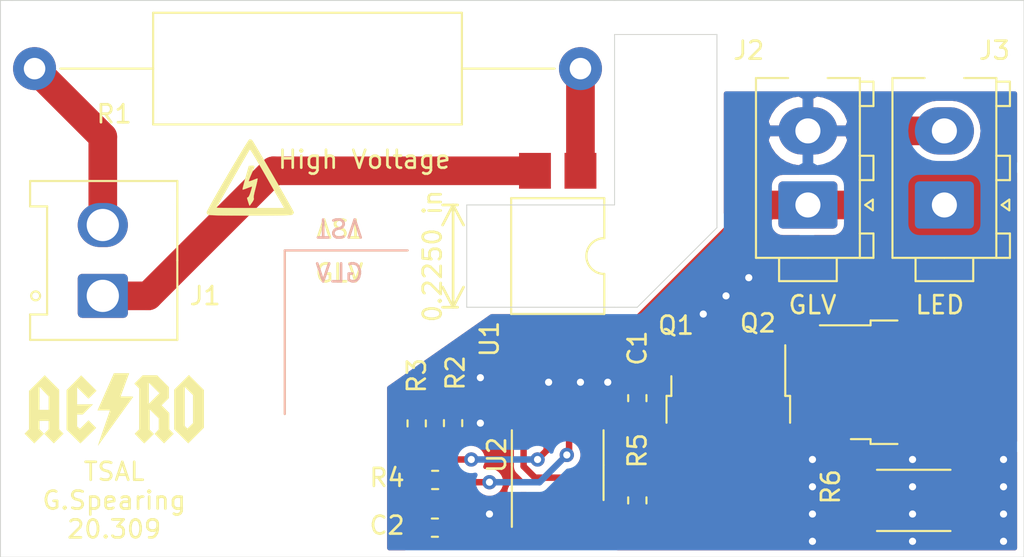
<source format=kicad_pcb>
(kicad_pcb (version 20171130) (host pcbnew 5.1.6-c6e7f7d~87~ubuntu18.04.1)

  (general
    (thickness 1.6)
    (drawings 28)
    (tracks 95)
    (zones 0)
    (modules 18)
    (nets 14)
  )

  (page A4)
  (layers
    (0 F.Cu signal)
    (31 B.Cu signal)
    (32 B.Adhes user)
    (33 F.Adhes user)
    (34 B.Paste user)
    (35 F.Paste user)
    (36 B.SilkS user)
    (37 F.SilkS user)
    (38 B.Mask user)
    (39 F.Mask user)
    (40 Dwgs.User user)
    (41 Cmts.User user)
    (42 Eco1.User user)
    (43 Eco2.User user)
    (44 Edge.Cuts user)
    (45 Margin user)
    (46 B.CrtYd user)
    (47 F.CrtYd user)
    (48 B.Fab user)
    (49 F.Fab user hide)
  )

  (setup
    (last_trace_width 1.2)
    (user_trace_width 0.25)
    (user_trace_width 0.36)
    (user_trace_width 0.6)
    (user_trace_width 1.2)
    (user_trace_width 1.6)
    (trace_clearance 0.2)
    (zone_clearance 0.36)
    (zone_45_only no)
    (trace_min 0.2)
    (via_size 0.8)
    (via_drill 0.4)
    (via_min_size 0.4)
    (via_min_drill 0.3)
    (user_via 1.2 0.6)
    (uvia_size 0.3)
    (uvia_drill 0.1)
    (uvias_allowed no)
    (uvia_min_size 0.2)
    (uvia_min_drill 0.1)
    (edge_width 0.05)
    (segment_width 0.2)
    (pcb_text_width 0.3)
    (pcb_text_size 1.5 1.5)
    (mod_edge_width 0.12)
    (mod_text_size 1 1)
    (mod_text_width 0.15)
    (pad_size 1.524 1.524)
    (pad_drill 0.762)
    (pad_to_mask_clearance 0.05)
    (aux_axis_origin 0 0)
    (visible_elements FFFFFF7F)
    (pcbplotparams
      (layerselection 0x010fc_ffffffff)
      (usegerberextensions false)
      (usegerberattributes true)
      (usegerberadvancedattributes true)
      (creategerberjobfile true)
      (excludeedgelayer true)
      (linewidth 0.100000)
      (plotframeref false)
      (viasonmask false)
      (mode 1)
      (useauxorigin false)
      (hpglpennumber 1)
      (hpglpenspeed 20)
      (hpglpendiameter 15.000000)
      (psnegative false)
      (psa4output false)
      (plotreference true)
      (plotvalue true)
      (plotinvisibletext false)
      (padsonsilk false)
      (subtractmaskfromsilk false)
      (outputformat 1)
      (mirror false)
      (drillshape 1)
      (scaleselection 1)
      (outputdirectory ""))
  )

  (net 0 "")
  (net 1 GND)
  (net 2 "Net-(C1-Pad1)")
  (net 3 /pass)
  (net 4 /HV+)
  (net 5 /HV-)
  (net 6 /RED_ON)
  (net 7 "Net-(Q1-Pad1)")
  (net 8 "Net-(R1-Pad1)")
  (net 9 VCC)
  (net 10 "Net-(R3-Pad2)")
  (net 11 +12V)
  (net 12 "Net-(Q1-Pad2)")
  (net 13 /555_OUT)

  (net_class Default "This is the default net class."
    (clearance 0.2)
    (trace_width 0.25)
    (via_dia 0.8)
    (via_drill 0.4)
    (uvia_dia 0.3)
    (uvia_drill 0.1)
    (add_net +12V)
    (add_net /555_OUT)
    (add_net /HV+)
    (add_net /HV-)
    (add_net /RED_ON)
    (add_net /pass)
    (add_net GND)
    (add_net "Net-(C1-Pad1)")
    (add_net "Net-(Q1-Pad1)")
    (add_net "Net-(Q1-Pad2)")
    (add_net "Net-(R1-Pad1)")
    (add_net "Net-(R3-Pad2)")
    (add_net VCC)
  )

  (module AERO_CUSTOM:AERO_Logo_10x4mm (layer F.Cu) (tedit 0) (tstamp 5FA2578F)
    (at 132.715 90.17)
    (fp_text reference G*** (at 0 0) (layer F.SilkS) hide
      (effects (font (size 1.524 1.524) (thickness 0.3)))
    )
    (fp_text value LOGO (at 0.75 0) (layer F.SilkS) hide
      (effects (font (size 1.524 1.524) (thickness 0.3)))
    )
    (fp_poly (pts (xy 0.594221 -1.374862) (xy 0.354968 -0.722385) (xy 0.717059 -0.722385) (xy 0.853644 -0.722106)
      (xy 0.949683 -0.720764) (xy 1.011233 -0.717601) (xy 1.044352 -0.711857) (xy 1.055098 -0.702775)
      (xy 1.049529 -0.689597) (xy 1.04285 -0.681606) (xy 1.024199 -0.657081) (xy 0.981096 -0.598426)
      (xy 0.91624 -0.509389) (xy 0.83233 -0.39372) (xy 0.732061 -0.25517) (xy 0.618134 -0.097489)
      (xy 0.493246 0.075575) (xy 0.360094 0.26027) (xy 0.221378 0.452846) (xy 0.079794 0.649555)
      (xy -0.061959 0.846645) (xy -0.201183 1.040368) (xy -0.33518 1.226972) (xy -0.461252 1.402708)
      (xy -0.576701 1.563827) (xy -0.67883 1.706578) (xy -0.764939 1.827211) (xy -0.832331 1.921976)
      (xy -0.878309 1.987123) (xy -0.900173 2.018903) (xy -0.900652 2.019655) (xy -0.898812 2.007273)
      (xy -0.882983 1.955011) (xy -0.854541 1.86699) (xy -0.814862 1.74733) (xy -0.765324 1.600151)
      (xy -0.707302 1.429575) (xy -0.642173 1.23972) (xy -0.580239 1.060454) (xy -0.509049 0.854915)
      (xy -0.442772 0.663314) (xy -0.382925 0.490054) (xy -0.331024 0.33954) (xy -0.288589 0.216175)
      (xy -0.257135 0.124363) (xy -0.23818 0.068509) (xy -0.233027 0.05261) (xy -0.254981 0.050511)
      (xy -0.315447 0.048732) (xy -0.406333 0.047414) (xy -0.519545 0.046696) (xy -0.579325 0.046605)
      (xy -0.925622 0.046605) (xy -0.665354 -0.541789) (xy -0.583068 -0.727996) (xy -0.494257 -0.929277)
      (xy -0.404488 -1.132995) (xy -0.319327 -1.326516) (xy -0.244339 -1.497202) (xy -0.208576 -1.578762)
      (xy -0.012066 -2.027339) (xy 0.833473 -2.027339) (xy 0.594221 -1.374862)) (layer F.SilkS) (width 0.01))
    (fp_poly (pts (xy -3.477698 -1.508623) (xy -3.075963 -1.106395) (xy -3.075963 1.105415) (xy -2.954085 1.228826)
      (xy -2.832208 1.352236) (xy -3.09998 1.620008) (xy -3.367752 1.887779) (xy -3.902032 1.351979)
      (xy -3.658532 1.105415) (xy -3.658532 0.629174) (xy -4.171192 0.629174) (xy -4.171192 1.105415)
      (xy -4.049315 1.228826) (xy -3.927437 1.352236) (xy -4.195209 1.620008) (xy -4.462981 1.887779)
      (xy -4.997261 1.351979) (xy -4.753761 1.105415) (xy -4.753761 0.023303) (xy -4.171192 0.023303)
      (xy -3.658532 0.023303) (xy -3.658532 -0.735332) (xy -3.913681 -1.002666) (xy -4.168831 -1.27)
      (xy -4.170011 -0.623349) (xy -4.171192 0.023303) (xy -4.753761 0.023303) (xy -4.753761 -1.037433)
      (xy -4.316597 -1.474142) (xy -3.879434 -1.910851) (xy -3.477698 -1.508623)) (layer F.SilkS) (width 0.01))
    (fp_poly (pts (xy -1.416608 -1.47486) (xy -0.991063 -1.048849) (xy -1.21171 -0.827281) (xy -1.432356 -0.605713)
      (xy -2.073944 -1.246073) (xy -2.073944 -0.277684) (xy -1.189008 -0.291284) (xy -1.473833 -0.005826)
      (xy -1.758658 0.279633) (xy -2.073944 0.279633) (xy -2.073944 0.953041) (xy -1.990882 1.016396)
      (xy -1.90782 1.07975) (xy -1.432564 0.606112) (xy -1.01212 1.026556) (xy -1.444776 1.457039)
      (xy -1.561006 1.57228) (xy -1.666275 1.675877) (xy -1.75613 1.763512) (xy -1.82612 1.830866)
      (xy -1.871792 1.873621) (xy -1.888568 1.887523) (xy -1.907491 1.871751) (xy -1.954481 1.827522)
      (xy -2.024781 1.759462) (xy -2.113633 1.672199) (xy -2.21628 1.570361) (xy -2.278108 1.508596)
      (xy -2.656513 1.129669) (xy -2.656513 -1.081938) (xy -2.249333 -1.491404) (xy -1.842152 -1.900871)
      (xy -1.416608 -1.47486)) (layer F.SilkS) (width 0.01))
    (fp_poly (pts (xy 3.052661 -1.246114) (xy 3.052661 -0.641748) (xy 2.645809 -0.233002) (xy 2.860886 -0.017026)
      (xy 3.075964 0.198949) (xy 3.075964 1.105415) (xy 3.197841 1.228826) (xy 3.319719 1.352236)
      (xy 3.051947 1.620008) (xy 2.784175 1.887779) (xy 2.261465 1.363211) (xy 2.491377 1.106881)
      (xy 2.492386 0.803547) (xy 2.493395 0.500214) (xy 2.237065 0.244679) (xy 1.980734 -0.010857)
      (xy 1.980734 1.131935) (xy 2.097505 1.246951) (xy 2.214276 1.361966) (xy 1.952243 1.624744)
      (xy 1.862409 1.713933) (xy 1.783925 1.790151) (xy 1.722682 1.847811) (xy 1.684576 1.881323)
      (xy 1.675144 1.887523) (xy 1.654733 1.87152) (xy 1.608141 1.827324) (xy 1.541156 1.760657)
      (xy 1.459566 1.677241) (xy 1.405051 1.620528) (xy 1.150023 1.353533) (xy 1.274094 1.231003)
      (xy 1.398166 1.108473) (xy 1.398166 -0.314816) (xy 1.934129 -0.314816) (xy 2.231125 -0.611812)
      (xy 2.528121 -0.908807) (xy 1.934129 -1.502799) (xy 1.934129 -0.314816) (xy 1.398166 -0.314816)
      (xy 1.398166 -1.175438) (xy 1.264759 -1.310251) (xy 1.131352 -1.445065) (xy 1.363358 -1.677945)
      (xy 1.595365 -1.910826) (xy 2.389135 -1.910826) (xy 3.052661 -1.246114)) (layer F.SilkS) (width 0.01))
    (fp_poly (pts (xy 4.590646 -1.503024) (xy 5.010092 -1.084064) (xy 5.010092 1.01413) (xy 4.135758 1.887556)
      (xy 3.745677 1.496968) (xy 3.355597 1.106381) (xy 3.355597 0.91824) (xy 3.938166 0.91824)
      (xy 4.012973 0.995422) (xy 4.087781 1.072604) (xy 4.246001 0.915597) (xy 4.404221 0.758589)
      (xy 4.404221 -0.804819) (xy 4.171193 -1.036973) (xy 3.938166 -1.269126) (xy 3.938166 0.91824)
      (xy 3.355597 0.91824) (xy 3.355597 -1.10738) (xy 3.763398 -1.514682) (xy 4.1712 -1.921985)
      (xy 4.590646 -1.503024)) (layer F.SilkS) (width 0.01))
  )

  (module AERO_BOARD:hv_small (layer F.Cu) (tedit 0) (tstamp 5FA25745)
    (at 140.335 79.375)
    (fp_text reference Ref** (at 0 0) (layer F.SilkS) hide
      (effects (font (size 1.27 1.27) (thickness 0.15)))
    )
    (fp_text value Val** (at 0 0) (layer F.SilkS) hide
      (effects (font (size 1.27 1.27) (thickness 0.15)))
    )
    (fp_poly (pts (xy 0.167982 -2.825517) (xy 0.211494 -2.794639) (xy 0.211667 -2.791701) (xy 0.195332 -2.733679)
      (xy 0.151385 -2.617959) (xy 0.087408 -2.463848) (xy 0.041808 -2.359282) (xy -0.028085 -2.195465)
      (xy -0.07962 -2.062238) (xy -0.106324 -1.977107) (xy -0.107356 -1.955912) (xy -0.060298 -1.959454)
      (xy 0.039463 -1.990272) (xy 0.131648 -2.025942) (xy 0.257569 -2.075949) (xy 0.35126 -2.1089)
      (xy 0.383484 -2.116667) (xy 0.38567 -2.078408) (xy 0.368067 -1.973644) (xy 0.333742 -1.817394)
      (xy 0.285763 -1.624674) (xy 0.273567 -1.57845) (xy 0.209691 -1.325249) (xy 0.173591 -1.148387)
      (xy 0.164677 -1.04443) (xy 0.176224 -1.011741) (xy 0.182792 -0.96038) (xy 0.131358 -0.854628)
      (xy 0.087963 -0.787958) (xy 0.012692 -0.681496) (xy -0.041335 -0.610564) (xy -0.058833 -0.592667)
      (xy -0.077302 -0.628993) (xy -0.109081 -0.720373) (xy -0.123319 -0.766407) (xy -0.161187 -0.889072)
      (xy -0.191945 -0.98244) (xy -0.198049 -0.99924) (xy -0.187179 -1.050576) (xy -0.156819 -1.058333)
      (xy -0.105196 -1.100209) (xy -0.046305 -1.22478) (xy -0.004123 -1.350655) (xy 0.039357 -1.496669)
      (xy 0.071007 -1.608416) (xy 0.08455 -1.663662) (xy 0.084667 -1.66519) (xy 0.049084 -1.661937)
      (xy -0.044173 -1.632027) (xy -0.174107 -1.582253) (xy -0.307954 -1.531335) (xy -0.407552 -1.499947)
      (xy -0.450577 -1.494799) (xy -0.445692 -1.539413) (xy -0.420769 -1.651257) (xy -0.379299 -1.816231)
      (xy -0.324774 -2.020233) (xy -0.284902 -2.163831) (xy -0.101532 -2.815167) (xy 0.055067 -2.828306)
      (xy 0.167982 -2.825517)) (layer F.SilkS) (width 0.01))
    (fp_poly (pts (xy 0.026445 -4.291621) (xy 0.085796 -4.248349) (xy 0.120586 -4.197954) (xy 0.191778 -4.083319)
      (xy 0.29463 -3.912662) (xy 0.424396 -3.694199) (xy 0.576336 -3.436145) (xy 0.745704 -3.146718)
      (xy 0.92776 -2.834133) (xy 1.117758 -2.506606) (xy 1.310957 -2.172355) (xy 1.502612 -1.839594)
      (xy 1.687982 -1.516541) (xy 1.862322 -1.211412) (xy 2.02089 -0.932422) (xy 2.158943 -0.687789)
      (xy 2.271737 -0.485728) (xy 2.35453 -0.334455) (xy 2.402578 -0.242188) (xy 2.413 -0.217036)
      (xy 2.385888 -0.156422) (xy 2.346476 -0.108857) (xy 2.324397 -0.094243) (xy 2.285349 -0.081905)
      (xy 2.222671 -0.071655) (xy 2.129699 -0.063307) (xy 1.999773 -0.056672) (xy 1.826229 -0.051562)
      (xy 1.602408 -0.047791) (xy 1.321645 -0.045171) (xy 0.977281 -0.043514) (xy 0.562652 -0.042632)
      (xy 0.071096 -0.042338) (xy -0.016099 -0.042333) (xy -0.537202 -0.042718) (xy -0.979547 -0.043965)
      (xy -1.349043 -0.046211) (xy -1.651595 -0.049594) (xy -1.893112 -0.054251) (xy -2.079499 -0.060321)
      (xy -2.216663 -0.067941) (xy -2.310512 -0.077249) (xy -2.366952 -0.088382) (xy -2.387763 -0.097622)
      (xy -2.442829 -0.177541) (xy -2.448771 -0.238461) (xy -2.423459 -0.29998) (xy -2.360056 -0.424356)
      (xy -2.329889 -0.480211) (xy -1.905 -0.480211) (xy -1.864081 -0.477202) (xy -1.746983 -0.474403)
      (xy -1.562191 -0.471879) (xy -1.318193 -0.469697) (xy -1.023475 -0.467921) (xy -0.686523 -0.466617)
      (xy -0.315826 -0.46585) (xy -0.016985 -0.465667) (xy 1.87103 -0.465667) (xy 1.790024 -0.60325)
      (xy 1.751838 -0.669392) (xy 1.676787 -0.80053) (xy 1.569793 -0.988025) (xy 1.435778 -1.223235)
      (xy 1.279664 -1.497521) (xy 1.106372 -1.802242) (xy 0.920824 -2.128759) (xy 0.848278 -2.256486)
      (xy 0.662525 -2.5814) (xy 0.488948 -2.880844) (xy 0.332067 -3.147327) (xy 0.1964 -3.373361)
      (xy 0.086468 -3.551456) (xy 0.00679 -3.674123) (xy -0.038114 -3.733871) (xy -0.045861 -3.738152)
      (xy -0.072181 -3.696496) (xy -0.134719 -3.590777) (xy -0.228283 -3.430099) (xy -0.347679 -3.223562)
      (xy -0.487712 -2.980269) (xy -0.64319 -2.709319) (xy -0.808918 -2.419816) (xy -0.979703 -2.12086)
      (xy -1.150351 -1.821552) (xy -1.315668 -1.530994) (xy -1.470461 -1.258288) (xy -1.609536 -1.012535)
      (xy -1.727699 -0.802836) (xy -1.819757 -0.638293) (xy -1.880515 -0.528007) (xy -1.904781 -0.48108)
      (xy -1.905 -0.480211) (xy -2.329889 -0.480211) (xy -2.263342 -0.603424) (xy -2.138101 -0.829019)
      (xy -1.989113 -1.092976) (xy -1.82116 -1.387127) (xy -1.639024 -1.703309) (xy -1.447488 -2.033355)
      (xy -1.251332 -2.369099) (xy -1.055339 -2.702376) (xy -0.864291 -3.025021) (xy -0.682968 -3.328868)
      (xy -0.516154 -3.60575) (xy -0.368629 -3.847503) (xy -0.245176 -4.045961) (xy -0.150577 -4.192958)
      (xy -0.089613 -4.280329) (xy -0.069327 -4.301702) (xy 0.026445 -4.291621)) (layer F.SilkS) (width 0.01))
  )

  (module Package_SO:SOIC-8_3.9x4.9mm_P1.27mm (layer F.Cu) (tedit 5D9F72B1) (tstamp 5FA25973)
    (at 157.48 93.28 90)
    (descr "SOIC, 8 Pin (JEDEC MS-012AA, https://www.analog.com/media/en/package-pcb-resources/package/pkg_pdf/soic_narrow-r/r_8.pdf), generated with kicad-footprint-generator ipc_gullwing_generator.py")
    (tags "SOIC SO")
    (path /5F9882FA)
    (attr smd)
    (fp_text reference U2 (at 0.57 -3.4 270) (layer F.SilkS)
      (effects (font (size 1 1) (thickness 0.15)))
    )
    (fp_text value LM555xM (at 0 3.4 90) (layer F.Fab)
      (effects (font (size 1 1) (thickness 0.15)))
    )
    (fp_text user %R (at 0 0 90) (layer F.Fab)
      (effects (font (size 0.98 0.98) (thickness 0.15)))
    )
    (fp_line (start 0 2.56) (end 1.95 2.56) (layer F.SilkS) (width 0.12))
    (fp_line (start 0 2.56) (end -1.95 2.56) (layer F.SilkS) (width 0.12))
    (fp_line (start 0 -2.56) (end 1.95 -2.56) (layer F.SilkS) (width 0.12))
    (fp_line (start 0 -2.56) (end -3.45 -2.56) (layer F.SilkS) (width 0.12))
    (fp_line (start -0.975 -2.45) (end 1.95 -2.45) (layer F.Fab) (width 0.1))
    (fp_line (start 1.95 -2.45) (end 1.95 2.45) (layer F.Fab) (width 0.1))
    (fp_line (start 1.95 2.45) (end -1.95 2.45) (layer F.Fab) (width 0.1))
    (fp_line (start -1.95 2.45) (end -1.95 -1.475) (layer F.Fab) (width 0.1))
    (fp_line (start -1.95 -1.475) (end -0.975 -2.45) (layer F.Fab) (width 0.1))
    (fp_line (start -3.7 -2.7) (end -3.7 2.7) (layer F.CrtYd) (width 0.05))
    (fp_line (start -3.7 2.7) (end 3.7 2.7) (layer F.CrtYd) (width 0.05))
    (fp_line (start 3.7 2.7) (end 3.7 -2.7) (layer F.CrtYd) (width 0.05))
    (fp_line (start 3.7 -2.7) (end -3.7 -2.7) (layer F.CrtYd) (width 0.05))
    (pad 8 smd roundrect (at 2.475 -1.905 90) (size 1.95 0.6) (layers F.Cu F.Paste F.Mask) (roundrect_rratio 0.25)
      (net 9 VCC))
    (pad 7 smd roundrect (at 2.475 -0.635 90) (size 1.95 0.6) (layers F.Cu F.Paste F.Mask) (roundrect_rratio 0.25)
      (net 10 "Net-(R3-Pad2)"))
    (pad 6 smd roundrect (at 2.475 0.635 90) (size 1.95 0.6) (layers F.Cu F.Paste F.Mask) (roundrect_rratio 0.25)
      (net 3 /pass))
    (pad 5 smd roundrect (at 2.475 1.905 90) (size 1.95 0.6) (layers F.Cu F.Paste F.Mask) (roundrect_rratio 0.25)
      (net 2 "Net-(C1-Pad1)"))
    (pad 4 smd roundrect (at -2.475 1.905 90) (size 1.95 0.6) (layers F.Cu F.Paste F.Mask) (roundrect_rratio 0.25)
      (net 9 VCC))
    (pad 3 smd roundrect (at -2.475 0.635 90) (size 1.95 0.6) (layers F.Cu F.Paste F.Mask) (roundrect_rratio 0.25)
      (net 13 /555_OUT))
    (pad 2 smd roundrect (at -2.475 -0.635 90) (size 1.95 0.6) (layers F.Cu F.Paste F.Mask) (roundrect_rratio 0.25)
      (net 3 /pass))
    (pad 1 smd roundrect (at -2.475 -1.905 90) (size 1.95 0.6) (layers F.Cu F.Paste F.Mask) (roundrect_rratio 0.25)
      (net 1 GND))
    (model ${KISYS3DMOD}/Package_SO.3dshapes/SOIC-8_3.9x4.9mm_P1.27mm.wrl
      (at (xyz 0 0 0))
      (scale (xyz 1 1 1))
      (rotate (xyz 0 0 0))
    )
  )

  (module Package_DIP:SMDIP-4_W9.53mm (layer F.Cu) (tedit 5A02E8C5) (tstamp 5FA23AF4)
    (at 157.48 81.595 270)
    (descr "4-lead surface-mounted (SMD) DIP package, row spacing 9.53 mm (375 mils)")
    (tags "SMD DIP DIL PDIP SMDIP 2.54mm 9.53mm 375mil")
    (path /5F9DE7CE)
    (attr smd)
    (fp_text reference U1 (at 4.638 3.81 90) (layer F.SilkS)
      (effects (font (size 1 1) (thickness 0.15)))
    )
    (fp_text value LTV-817S (at 0 3.6 90) (layer F.Fab)
      (effects (font (size 1 1) (thickness 0.15)))
    )
    (fp_text user %R (at 0 0 90) (layer F.Fab)
      (effects (font (size 1 1) (thickness 0.15)))
    )
    (fp_arc (start 0 -2.6) (end -1 -2.6) (angle -180) (layer F.SilkS) (width 0.12))
    (fp_line (start -2.175 -2.54) (end 3.175 -2.54) (layer F.Fab) (width 0.1))
    (fp_line (start 3.175 -2.54) (end 3.175 2.54) (layer F.Fab) (width 0.1))
    (fp_line (start 3.175 2.54) (end -3.175 2.54) (layer F.Fab) (width 0.1))
    (fp_line (start -3.175 2.54) (end -3.175 -1.54) (layer F.Fab) (width 0.1))
    (fp_line (start -3.175 -1.54) (end -2.175 -2.54) (layer F.Fab) (width 0.1))
    (fp_line (start -1 -2.6) (end -3.235 -2.6) (layer F.SilkS) (width 0.12))
    (fp_line (start -3.235 -2.6) (end -3.235 2.6) (layer F.SilkS) (width 0.12))
    (fp_line (start -3.235 2.6) (end 3.235 2.6) (layer F.SilkS) (width 0.12))
    (fp_line (start 3.235 2.6) (end 3.235 -2.6) (layer F.SilkS) (width 0.12))
    (fp_line (start 3.235 -2.6) (end 1 -2.6) (layer F.SilkS) (width 0.12))
    (fp_line (start -6.05 -2.8) (end -6.05 2.8) (layer F.CrtYd) (width 0.05))
    (fp_line (start -6.05 2.8) (end 6.05 2.8) (layer F.CrtYd) (width 0.05))
    (fp_line (start 6.05 2.8) (end 6.05 -2.8) (layer F.CrtYd) (width 0.05))
    (fp_line (start 6.05 -2.8) (end -6.05 -2.8) (layer F.CrtYd) (width 0.05))
    (pad 4 smd rect (at 4.765 -1.27 270) (size 2 1.78) (layers F.Cu F.Paste F.Mask)
      (net 11 +12V))
    (pad 2 smd rect (at -4.765 1.27 270) (size 2 1.78) (layers F.Cu F.Paste F.Mask)
      (net 5 /HV-))
    (pad 3 smd rect (at 4.765 1.27 270) (size 2 1.78) (layers F.Cu F.Paste F.Mask)
      (net 9 VCC))
    (pad 1 smd rect (at -4.765 -1.27 270) (size 2 1.78) (layers F.Cu F.Paste F.Mask)
      (net 8 "Net-(R1-Pad1)"))
    (model ${KISYS3DMOD}/Package_DIP.3dshapes/SMDIP-4_W9.53mm.wrl
      (at (xyz 0 0 0))
      (scale (xyz 1 1 1))
      (rotate (xyz 0 0 0))
    )
  )

  (module Resistor_SMD:R_2512_6332Metric_Pad1.52x3.35mm_HandSolder (layer F.Cu) (tedit 5B301BBD) (tstamp 5FA23ADC)
    (at 177.3585 95.25 180)
    (descr "Resistor SMD 2512 (6332 Metric), square (rectangular) end terminal, IPC_7351 nominal with elongated pad for handsoldering. (Body size source: http://www.tortai-tech.com/upload/download/2011102023233369053.pdf), generated with kicad-footprint-generator")
    (tags "resistor handsolder")
    (path /5FA1ACEA)
    (attr smd)
    (fp_text reference R6 (at 4.6385 0.762 90) (layer F.SilkS)
      (effects (font (size 1 1) (thickness 0.15)))
    )
    (fp_text value 0.75 (at 0 2.62) (layer F.Fab)
      (effects (font (size 1 1) (thickness 0.15)))
    )
    (fp_text user %R (at 0 0) (layer F.Fab)
      (effects (font (size 1 1) (thickness 0.15)))
    )
    (fp_line (start -3.15 1.6) (end -3.15 -1.6) (layer F.Fab) (width 0.1))
    (fp_line (start -3.15 -1.6) (end 3.15 -1.6) (layer F.Fab) (width 0.1))
    (fp_line (start 3.15 -1.6) (end 3.15 1.6) (layer F.Fab) (width 0.1))
    (fp_line (start 3.15 1.6) (end -3.15 1.6) (layer F.Fab) (width 0.1))
    (fp_line (start -2.052064 -1.71) (end 2.052064 -1.71) (layer F.SilkS) (width 0.12))
    (fp_line (start -2.052064 1.71) (end 2.052064 1.71) (layer F.SilkS) (width 0.12))
    (fp_line (start -4 1.92) (end -4 -1.92) (layer F.CrtYd) (width 0.05))
    (fp_line (start -4 -1.92) (end 4 -1.92) (layer F.CrtYd) (width 0.05))
    (fp_line (start 4 -1.92) (end 4 1.92) (layer F.CrtYd) (width 0.05))
    (fp_line (start 4 1.92) (end -4 1.92) (layer F.CrtYd) (width 0.05))
    (pad 2 smd roundrect (at 2.9875 0 180) (size 1.525 3.35) (layers F.Cu F.Paste F.Mask) (roundrect_rratio 0.163934)
      (net 7 "Net-(Q1-Pad1)"))
    (pad 1 smd roundrect (at -2.9875 0 180) (size 1.525 3.35) (layers F.Cu F.Paste F.Mask) (roundrect_rratio 0.163934)
      (net 1 GND))
    (model ${KISYS3DMOD}/Resistor_SMD.3dshapes/R_2512_6332Metric.wrl
      (at (xyz 0 0 0))
      (scale (xyz 1 1 1))
      (rotate (xyz 0 0 0))
    )
  )

  (module Resistor_SMD:R_0603_1608Metric_Pad1.05x0.95mm_HandSolder (layer F.Cu) (tedit 5B301BBD) (tstamp 5FA23ACB)
    (at 161.925 95.25 270)
    (descr "Resistor SMD 0603 (1608 Metric), square (rectangular) end terminal, IPC_7351 nominal with elongated pad for handsoldering. (Body size source: http://www.tortai-tech.com/upload/download/2011102023233369053.pdf), generated with kicad-footprint-generator")
    (tags "resistor handsolder")
    (path /5F98E1B6)
    (attr smd)
    (fp_text reference R5 (at -2.78 0 90) (layer F.SilkS)
      (effects (font (size 1 1) (thickness 0.15)))
    )
    (fp_text value 10k (at 0 1.43 90) (layer F.Fab)
      (effects (font (size 1 1) (thickness 0.15)))
    )
    (fp_text user %R (at 0 0 90) (layer F.Fab)
      (effects (font (size 0.4 0.4) (thickness 0.06)))
    )
    (fp_line (start -0.8 0.4) (end -0.8 -0.4) (layer F.Fab) (width 0.1))
    (fp_line (start -0.8 -0.4) (end 0.8 -0.4) (layer F.Fab) (width 0.1))
    (fp_line (start 0.8 -0.4) (end 0.8 0.4) (layer F.Fab) (width 0.1))
    (fp_line (start 0.8 0.4) (end -0.8 0.4) (layer F.Fab) (width 0.1))
    (fp_line (start -0.171267 -0.51) (end 0.171267 -0.51) (layer F.SilkS) (width 0.12))
    (fp_line (start -0.171267 0.51) (end 0.171267 0.51) (layer F.SilkS) (width 0.12))
    (fp_line (start -1.65 0.73) (end -1.65 -0.73) (layer F.CrtYd) (width 0.05))
    (fp_line (start -1.65 -0.73) (end 1.65 -0.73) (layer F.CrtYd) (width 0.05))
    (fp_line (start 1.65 -0.73) (end 1.65 0.73) (layer F.CrtYd) (width 0.05))
    (fp_line (start 1.65 0.73) (end -1.65 0.73) (layer F.CrtYd) (width 0.05))
    (pad 2 smd roundrect (at 0.875 0 270) (size 1.05 0.95) (layers F.Cu F.Paste F.Mask) (roundrect_rratio 0.25)
      (net 13 /555_OUT))
    (pad 1 smd roundrect (at -0.875 0 270) (size 1.05 0.95) (layers F.Cu F.Paste F.Mask) (roundrect_rratio 0.25)
      (net 12 "Net-(Q1-Pad2)"))
    (model ${KISYS3DMOD}/Resistor_SMD.3dshapes/R_0603_1608Metric.wrl
      (at (xyz 0 0 0))
      (scale (xyz 1 1 1))
      (rotate (xyz 0 0 0))
    )
  )

  (module Resistor_SMD:R_0603_1608Metric_Pad1.05x0.95mm_HandSolder (layer F.Cu) (tedit 5B301BBD) (tstamp 5FA23ABA)
    (at 150.636 94.107)
    (descr "Resistor SMD 0603 (1608 Metric), square (rectangular) end terminal, IPC_7351 nominal with elongated pad for handsoldering. (Body size source: http://www.tortai-tech.com/upload/download/2011102023233369053.pdf), generated with kicad-footprint-generator")
    (tags "resistor handsolder")
    (path /5F99A37B)
    (attr smd)
    (fp_text reference R4 (at -2.681 -0.127) (layer F.SilkS)
      (effects (font (size 1 1) (thickness 0.15)))
    )
    (fp_text value 235k (at 0 1.43) (layer F.Fab)
      (effects (font (size 1 1) (thickness 0.15)))
    )
    (fp_text user %R (at 0 0) (layer F.Fab)
      (effects (font (size 0.4 0.4) (thickness 0.06)))
    )
    (fp_line (start -0.8 0.4) (end -0.8 -0.4) (layer F.Fab) (width 0.1))
    (fp_line (start -0.8 -0.4) (end 0.8 -0.4) (layer F.Fab) (width 0.1))
    (fp_line (start 0.8 -0.4) (end 0.8 0.4) (layer F.Fab) (width 0.1))
    (fp_line (start 0.8 0.4) (end -0.8 0.4) (layer F.Fab) (width 0.1))
    (fp_line (start -0.171267 -0.51) (end 0.171267 -0.51) (layer F.SilkS) (width 0.12))
    (fp_line (start -0.171267 0.51) (end 0.171267 0.51) (layer F.SilkS) (width 0.12))
    (fp_line (start -1.65 0.73) (end -1.65 -0.73) (layer F.CrtYd) (width 0.05))
    (fp_line (start -1.65 -0.73) (end 1.65 -0.73) (layer F.CrtYd) (width 0.05))
    (fp_line (start 1.65 -0.73) (end 1.65 0.73) (layer F.CrtYd) (width 0.05))
    (fp_line (start 1.65 0.73) (end -1.65 0.73) (layer F.CrtYd) (width 0.05))
    (pad 2 smd roundrect (at 0.875 0) (size 1.05 0.95) (layers F.Cu F.Paste F.Mask) (roundrect_rratio 0.25)
      (net 3 /pass))
    (pad 1 smd roundrect (at -0.875 0) (size 1.05 0.95) (layers F.Cu F.Paste F.Mask) (roundrect_rratio 0.25)
      (net 10 "Net-(R3-Pad2)"))
    (model ${KISYS3DMOD}/Resistor_SMD.3dshapes/R_0603_1608Metric.wrl
      (at (xyz 0 0 0))
      (scale (xyz 1 1 1))
      (rotate (xyz 0 0 0))
    )
  )

  (module Resistor_SMD:R_0603_1608Metric_Pad1.05x0.95mm_HandSolder (layer F.Cu) (tedit 5B301BBD) (tstamp 5FA23AA9)
    (at 149.606 90.946 270)
    (descr "Resistor SMD 0603 (1608 Metric), square (rectangular) end terminal, IPC_7351 nominal with elongated pad for handsoldering. (Body size source: http://www.tortai-tech.com/upload/download/2011102023233369053.pdf), generated with kicad-footprint-generator")
    (tags "resistor handsolder")
    (path /5F99ABB4)
    (attr smd)
    (fp_text reference R3 (at -2.667 0 90) (layer F.SilkS)
      (effects (font (size 1 1) (thickness 0.15)))
    )
    (fp_text value 100k (at 0 1.43 90) (layer F.Fab)
      (effects (font (size 1 1) (thickness 0.15)))
    )
    (fp_text user %R (at 0 0 90) (layer F.Fab)
      (effects (font (size 0.4 0.4) (thickness 0.06)))
    )
    (fp_line (start -0.8 0.4) (end -0.8 -0.4) (layer F.Fab) (width 0.1))
    (fp_line (start -0.8 -0.4) (end 0.8 -0.4) (layer F.Fab) (width 0.1))
    (fp_line (start 0.8 -0.4) (end 0.8 0.4) (layer F.Fab) (width 0.1))
    (fp_line (start 0.8 0.4) (end -0.8 0.4) (layer F.Fab) (width 0.1))
    (fp_line (start -0.171267 -0.51) (end 0.171267 -0.51) (layer F.SilkS) (width 0.12))
    (fp_line (start -0.171267 0.51) (end 0.171267 0.51) (layer F.SilkS) (width 0.12))
    (fp_line (start -1.65 0.73) (end -1.65 -0.73) (layer F.CrtYd) (width 0.05))
    (fp_line (start -1.65 -0.73) (end 1.65 -0.73) (layer F.CrtYd) (width 0.05))
    (fp_line (start 1.65 -0.73) (end 1.65 0.73) (layer F.CrtYd) (width 0.05))
    (fp_line (start 1.65 0.73) (end -1.65 0.73) (layer F.CrtYd) (width 0.05))
    (pad 2 smd roundrect (at 0.875 0 270) (size 1.05 0.95) (layers F.Cu F.Paste F.Mask) (roundrect_rratio 0.25)
      (net 10 "Net-(R3-Pad2)"))
    (pad 1 smd roundrect (at -0.875 0 270) (size 1.05 0.95) (layers F.Cu F.Paste F.Mask) (roundrect_rratio 0.25)
      (net 9 VCC))
    (model ${KISYS3DMOD}/Resistor_SMD.3dshapes/R_0603_1608Metric.wrl
      (at (xyz 0 0 0))
      (scale (xyz 1 1 1))
      (rotate (xyz 0 0 0))
    )
  )

  (module Resistor_SMD:R_0603_1608Metric_Pad1.05x0.95mm_HandSolder (layer F.Cu) (tedit 5B301BBD) (tstamp 5FA23A98)
    (at 151.638 90.932 270)
    (descr "Resistor SMD 0603 (1608 Metric), square (rectangular) end terminal, IPC_7351 nominal with elongated pad for handsoldering. (Body size source: http://www.tortai-tech.com/upload/download/2011102023233369053.pdf), generated with kicad-footprint-generator")
    (tags "resistor handsolder")
    (path /5F9B2DED)
    (attr smd)
    (fp_text reference R2 (at -2.808 -0.127 90) (layer F.SilkS)
      (effects (font (size 1 1) (thickness 0.15)))
    )
    (fp_text value 10k (at 0 1.43 90) (layer F.Fab)
      (effects (font (size 1 1) (thickness 0.15)))
    )
    (fp_text user %R (at 0 0 90) (layer F.Fab)
      (effects (font (size 0.4 0.4) (thickness 0.06)))
    )
    (fp_line (start -0.8 0.4) (end -0.8 -0.4) (layer F.Fab) (width 0.1))
    (fp_line (start -0.8 -0.4) (end 0.8 -0.4) (layer F.Fab) (width 0.1))
    (fp_line (start 0.8 -0.4) (end 0.8 0.4) (layer F.Fab) (width 0.1))
    (fp_line (start 0.8 0.4) (end -0.8 0.4) (layer F.Fab) (width 0.1))
    (fp_line (start -0.171267 -0.51) (end 0.171267 -0.51) (layer F.SilkS) (width 0.12))
    (fp_line (start -0.171267 0.51) (end 0.171267 0.51) (layer F.SilkS) (width 0.12))
    (fp_line (start -1.65 0.73) (end -1.65 -0.73) (layer F.CrtYd) (width 0.05))
    (fp_line (start -1.65 -0.73) (end 1.65 -0.73) (layer F.CrtYd) (width 0.05))
    (fp_line (start 1.65 -0.73) (end 1.65 0.73) (layer F.CrtYd) (width 0.05))
    (fp_line (start 1.65 0.73) (end -1.65 0.73) (layer F.CrtYd) (width 0.05))
    (pad 2 smd roundrect (at 0.875 0 270) (size 1.05 0.95) (layers F.Cu F.Paste F.Mask) (roundrect_rratio 0.25)
      (net 1 GND))
    (pad 1 smd roundrect (at -0.875 0 270) (size 1.05 0.95) (layers F.Cu F.Paste F.Mask) (roundrect_rratio 0.25)
      (net 9 VCC))
    (model ${KISYS3DMOD}/Resistor_SMD.3dshapes/R_0603_1608Metric.wrl
      (at (xyz 0 0 0))
      (scale (xyz 1 1 1))
      (rotate (xyz 0 0 0))
    )
  )

  (module Resistor_THT:R_Axial_DIN0617_L17.0mm_D6.0mm_P30.48mm_Horizontal (layer F.Cu) (tedit 5AE5139B) (tstamp 5FA23A87)
    (at 158.75 71.12 180)
    (descr "Resistor, Axial_DIN0617 series, Axial, Horizontal, pin pitch=30.48mm, 2W, length*diameter=17*6mm^2, http://www.vishay.com/docs/20128/wkxwrx.pdf")
    (tags "Resistor Axial_DIN0617 series Axial Horizontal pin pitch 30.48mm 2W length 17mm diameter 6mm")
    (path /5F9B78C3)
    (fp_text reference R1 (at 26.035 -2.54) (layer F.SilkS)
      (effects (font (size 1 1) (thickness 0.15)))
    )
    (fp_text value 39k (at 15.24 4.12) (layer F.Fab)
      (effects (font (size 1 1) (thickness 0.15)))
    )
    (fp_text user %R (at 15.24 0) (layer F.Fab)
      (effects (font (size 1 1) (thickness 0.15)))
    )
    (fp_line (start 6.74 -3) (end 6.74 3) (layer F.Fab) (width 0.1))
    (fp_line (start 6.74 3) (end 23.74 3) (layer F.Fab) (width 0.1))
    (fp_line (start 23.74 3) (end 23.74 -3) (layer F.Fab) (width 0.1))
    (fp_line (start 23.74 -3) (end 6.74 -3) (layer F.Fab) (width 0.1))
    (fp_line (start 0 0) (end 6.74 0) (layer F.Fab) (width 0.1))
    (fp_line (start 30.48 0) (end 23.74 0) (layer F.Fab) (width 0.1))
    (fp_line (start 6.62 -3.12) (end 6.62 3.12) (layer F.SilkS) (width 0.12))
    (fp_line (start 6.62 3.12) (end 23.86 3.12) (layer F.SilkS) (width 0.12))
    (fp_line (start 23.86 3.12) (end 23.86 -3.12) (layer F.SilkS) (width 0.12))
    (fp_line (start 23.86 -3.12) (end 6.62 -3.12) (layer F.SilkS) (width 0.12))
    (fp_line (start 1.44 0) (end 6.62 0) (layer F.SilkS) (width 0.12))
    (fp_line (start 29.04 0) (end 23.86 0) (layer F.SilkS) (width 0.12))
    (fp_line (start -1.45 -3.25) (end -1.45 3.25) (layer F.CrtYd) (width 0.05))
    (fp_line (start -1.45 3.25) (end 31.94 3.25) (layer F.CrtYd) (width 0.05))
    (fp_line (start 31.94 3.25) (end 31.94 -3.25) (layer F.CrtYd) (width 0.05))
    (fp_line (start 31.94 -3.25) (end -1.45 -3.25) (layer F.CrtYd) (width 0.05))
    (pad 2 thru_hole oval (at 30.48 0 180) (size 2.4 2.4) (drill 1.2) (layers *.Cu *.Mask)
      (net 4 /HV+))
    (pad 1 thru_hole circle (at 0 0 180) (size 2.4 2.4) (drill 1.2) (layers *.Cu *.Mask)
      (net 8 "Net-(R1-Pad1)"))
    (model ${KISYS3DMOD}/Resistor_THT.3dshapes/R_Axial_DIN0617_L17.0mm_D6.0mm_P30.48mm_Horizontal.wrl
      (at (xyz 0 0 0))
      (scale (xyz 1 1 1))
      (rotate (xyz 0 0 0))
    )
  )

  (module Package_TO_SOT_SMD:TO-252-3_TabPin2 (layer F.Cu) (tedit 5A70F30B) (tstamp 5FA23A70)
    (at 177.419 88.646)
    (descr "TO-252 / DPAK SMD package, http://www.infineon.com/cms/en/product/packages/PG-TO252/PG-TO252-3-1/")
    (tags "DPAK TO-252 DPAK-3 TO-252-3 SOT-428")
    (path /5FA4B7C9)
    (attr smd)
    (fp_text reference Q2 (at -8.763 -3.302 180) (layer F.SilkS)
      (effects (font (size 1 1) (thickness 0.15)))
    )
    (fp_text value 040N03LG (at 0 4.5) (layer F.Fab)
      (effects (font (size 1 1) (thickness 0.15)))
    )
    (fp_text user %R (at 0 0) (layer F.Fab)
      (effects (font (size 1 1) (thickness 0.15)))
    )
    (fp_line (start 3.95 -2.7) (end 4.95 -2.7) (layer F.Fab) (width 0.1))
    (fp_line (start 4.95 -2.7) (end 4.95 2.7) (layer F.Fab) (width 0.1))
    (fp_line (start 4.95 2.7) (end 3.95 2.7) (layer F.Fab) (width 0.1))
    (fp_line (start 3.95 -3.25) (end 3.95 3.25) (layer F.Fab) (width 0.1))
    (fp_line (start 3.95 3.25) (end -2.27 3.25) (layer F.Fab) (width 0.1))
    (fp_line (start -2.27 3.25) (end -2.27 -2.25) (layer F.Fab) (width 0.1))
    (fp_line (start -2.27 -2.25) (end -1.27 -3.25) (layer F.Fab) (width 0.1))
    (fp_line (start -1.27 -3.25) (end 3.95 -3.25) (layer F.Fab) (width 0.1))
    (fp_line (start -1.865 -2.655) (end -4.97 -2.655) (layer F.Fab) (width 0.1))
    (fp_line (start -4.97 -2.655) (end -4.97 -1.905) (layer F.Fab) (width 0.1))
    (fp_line (start -4.97 -1.905) (end -2.27 -1.905) (layer F.Fab) (width 0.1))
    (fp_line (start -2.27 -0.375) (end -4.97 -0.375) (layer F.Fab) (width 0.1))
    (fp_line (start -4.97 -0.375) (end -4.97 0.375) (layer F.Fab) (width 0.1))
    (fp_line (start -4.97 0.375) (end -2.27 0.375) (layer F.Fab) (width 0.1))
    (fp_line (start -2.27 1.905) (end -4.97 1.905) (layer F.Fab) (width 0.1))
    (fp_line (start -4.97 1.905) (end -4.97 2.655) (layer F.Fab) (width 0.1))
    (fp_line (start -4.97 2.655) (end -2.27 2.655) (layer F.Fab) (width 0.1))
    (fp_line (start -0.97 -3.45) (end -2.47 -3.45) (layer F.SilkS) (width 0.12))
    (fp_line (start -2.47 -3.45) (end -2.47 -3.18) (layer F.SilkS) (width 0.12))
    (fp_line (start -2.47 -3.18) (end -5.3 -3.18) (layer F.SilkS) (width 0.12))
    (fp_line (start -0.97 3.45) (end -2.47 3.45) (layer F.SilkS) (width 0.12))
    (fp_line (start -2.47 3.45) (end -2.47 3.18) (layer F.SilkS) (width 0.12))
    (fp_line (start -2.47 3.18) (end -3.57 3.18) (layer F.SilkS) (width 0.12))
    (fp_line (start -5.55 -3.5) (end -5.55 3.5) (layer F.CrtYd) (width 0.05))
    (fp_line (start -5.55 3.5) (end 5.55 3.5) (layer F.CrtYd) (width 0.05))
    (fp_line (start 5.55 3.5) (end 5.55 -3.5) (layer F.CrtYd) (width 0.05))
    (fp_line (start 5.55 -3.5) (end -5.55 -3.5) (layer F.CrtYd) (width 0.05))
    (pad "" smd rect (at 0.425 1.525) (size 3.05 2.75) (layers F.Paste))
    (pad "" smd rect (at 3.775 -1.525) (size 3.05 2.75) (layers F.Paste))
    (pad "" smd rect (at 0.425 -1.525) (size 3.05 2.75) (layers F.Paste))
    (pad "" smd rect (at 3.775 1.525) (size 3.05 2.75) (layers F.Paste))
    (pad 2 smd rect (at 2.1 0) (size 6.4 5.8) (layers F.Cu F.Mask)
      (net 6 /RED_ON))
    (pad 3 smd rect (at -4.2 2.28) (size 2.2 1.2) (layers F.Cu F.Paste F.Mask)
      (net 7 "Net-(Q1-Pad1)"))
    (pad 2 smd rect (at -4.2 0) (size 2.2 1.2) (layers F.Cu F.Paste F.Mask)
      (net 6 /RED_ON))
    (pad 1 smd rect (at -4.2 -2.28) (size 2.2 1.2) (layers F.Cu F.Paste F.Mask)
      (net 12 "Net-(Q1-Pad2)"))
    (model ${KISYS3DMOD}/Package_TO_SOT_SMD.3dshapes/TO-252-3_TabPin2.wrl
      (at (xyz 0 0 0))
      (scale (xyz 1 1 1))
      (rotate (xyz 0 0 0))
    )
  )

  (module Package_TO_SOT_SMD:TO-252-3_TabPin2 (layer F.Cu) (tedit 5A70F30B) (tstamp 5FA2550C)
    (at 167.005 91.88 270)
    (descr "TO-252 / DPAK SMD package, http://www.infineon.com/cms/en/product/packages/PG-TO252/PG-TO252-3-1/")
    (tags "DPAK TO-252 DPAK-3 TO-252-3 SOT-428")
    (path /5F98B2DE)
    (attr smd)
    (fp_text reference Q1 (at -6.409 2.921 180) (layer F.SilkS)
      (effects (font (size 1 1) (thickness 0.15)))
    )
    (fp_text value 040N03LG (at 0 4.5 90) (layer F.Fab)
      (effects (font (size 1 1) (thickness 0.15)))
    )
    (fp_text user %R (at 0 0 90) (layer F.Fab)
      (effects (font (size 1 1) (thickness 0.15)))
    )
    (fp_line (start 3.95 -2.7) (end 4.95 -2.7) (layer F.Fab) (width 0.1))
    (fp_line (start 4.95 -2.7) (end 4.95 2.7) (layer F.Fab) (width 0.1))
    (fp_line (start 4.95 2.7) (end 3.95 2.7) (layer F.Fab) (width 0.1))
    (fp_line (start 3.95 -3.25) (end 3.95 3.25) (layer F.Fab) (width 0.1))
    (fp_line (start 3.95 3.25) (end -2.27 3.25) (layer F.Fab) (width 0.1))
    (fp_line (start -2.27 3.25) (end -2.27 -2.25) (layer F.Fab) (width 0.1))
    (fp_line (start -2.27 -2.25) (end -1.27 -3.25) (layer F.Fab) (width 0.1))
    (fp_line (start -1.27 -3.25) (end 3.95 -3.25) (layer F.Fab) (width 0.1))
    (fp_line (start -1.865 -2.655) (end -4.97 -2.655) (layer F.Fab) (width 0.1))
    (fp_line (start -4.97 -2.655) (end -4.97 -1.905) (layer F.Fab) (width 0.1))
    (fp_line (start -4.97 -1.905) (end -2.27 -1.905) (layer F.Fab) (width 0.1))
    (fp_line (start -2.27 -0.375) (end -4.97 -0.375) (layer F.Fab) (width 0.1))
    (fp_line (start -4.97 -0.375) (end -4.97 0.375) (layer F.Fab) (width 0.1))
    (fp_line (start -4.97 0.375) (end -2.27 0.375) (layer F.Fab) (width 0.1))
    (fp_line (start -2.27 1.905) (end -4.97 1.905) (layer F.Fab) (width 0.1))
    (fp_line (start -4.97 1.905) (end -4.97 2.655) (layer F.Fab) (width 0.1))
    (fp_line (start -4.97 2.655) (end -2.27 2.655) (layer F.Fab) (width 0.1))
    (fp_line (start -0.97 -3.45) (end -2.47 -3.45) (layer F.SilkS) (width 0.12))
    (fp_line (start -2.47 -3.45) (end -2.47 -3.18) (layer F.SilkS) (width 0.12))
    (fp_line (start -2.47 -3.18) (end -5.3 -3.18) (layer F.SilkS) (width 0.12))
    (fp_line (start -0.97 3.45) (end -2.47 3.45) (layer F.SilkS) (width 0.12))
    (fp_line (start -2.47 3.45) (end -2.47 3.18) (layer F.SilkS) (width 0.12))
    (fp_line (start -2.47 3.18) (end -3.57 3.18) (layer F.SilkS) (width 0.12))
    (fp_line (start -5.55 -3.5) (end -5.55 3.5) (layer F.CrtYd) (width 0.05))
    (fp_line (start -5.55 3.5) (end 5.55 3.5) (layer F.CrtYd) (width 0.05))
    (fp_line (start 5.55 3.5) (end 5.55 -3.5) (layer F.CrtYd) (width 0.05))
    (fp_line (start 5.55 -3.5) (end -5.55 -3.5) (layer F.CrtYd) (width 0.05))
    (pad "" smd rect (at 0.425 1.525 270) (size 3.05 2.75) (layers F.Paste))
    (pad "" smd rect (at 3.775 -1.525 270) (size 3.05 2.75) (layers F.Paste))
    (pad "" smd rect (at 0.425 -1.525 270) (size 3.05 2.75) (layers F.Paste))
    (pad "" smd rect (at 3.775 1.525 270) (size 3.05 2.75) (layers F.Paste))
    (pad 2 smd rect (at 2.1 0 270) (size 6.4 5.8) (layers F.Cu F.Mask)
      (net 12 "Net-(Q1-Pad2)"))
    (pad 3 smd rect (at -4.2 2.28 270) (size 2.2 1.2) (layers F.Cu F.Paste F.Mask)
      (net 1 GND))
    (pad 2 smd rect (at -4.2 0 270) (size 2.2 1.2) (layers F.Cu F.Paste F.Mask)
      (net 12 "Net-(Q1-Pad2)"))
    (pad 1 smd rect (at -4.2 -2.28 270) (size 2.2 1.2) (layers F.Cu F.Paste F.Mask)
      (net 7 "Net-(Q1-Pad1)"))
    (model ${KISYS3DMOD}/Package_TO_SOT_SMD.3dshapes/TO-252-3_TabPin2.wrl
      (at (xyz 0 0 0))
      (scale (xyz 1 1 1))
      (rotate (xyz 0 0 0))
    )
  )

  (module Connector_TE-Connectivity:TE_MATE-N-LOK_1-770866-x_1x02_P4.14mm_Vertical (layer F.Cu) (tedit 5B787EAA) (tstamp 5FA23A20)
    (at 179.07 78.74 180)
    (descr "Molex Mini-Universal MATE-N-LOK, old mpn/engineering number: 1-770866-x, 2 Pins per row (http://www.te.com/commerce/DocumentDelivery/DDEController?Action=srchrtrv&DocNm=82181_SOFTSHELL_HIGH_DENSITY&DocType=CS&DocLang=EN), generated with kicad-footprint-generator")
    (tags "connector TE MATE-N-LOK side entry")
    (path /5F996B98)
    (fp_text reference J3 (at -2.794 8.636 180) (layer F.SilkS)
      (effects (font (size 1 1) (thickness 0.15)))
    )
    (fp_text value 172165-1 (at 0 11.37) (layer F.Fab)
      (effects (font (size 1 1) (thickness 0.15)))
    )
    (fp_text user %R (at 2.09 2.07 90) (layer F.Fab)
      (effects (font (size 1 1) (thickness 0.15)))
    )
    (fp_arc (start 0 8.58) (end -1.733977 7.645) (angle -58.704676) (layer F.Fab) (width 0.1))
    (fp_arc (start 0 8.58) (end 1.733977 7.645) (angle 58.704676) (layer F.Fab) (width 0.1))
    (fp_line (start -2.79 -2.845) (end -2.79 6.985) (layer F.Fab) (width 0.1))
    (fp_line (start -2.79 6.985) (end 2.79 6.985) (layer F.Fab) (width 0.1))
    (fp_line (start 2.79 6.985) (end 2.79 -2.845) (layer F.Fab) (width 0.1))
    (fp_line (start 2.79 -2.845) (end -2.79 -2.845) (layer F.Fab) (width 0.1))
    (fp_line (start 0 -2.955) (end -2.9 -2.955) (layer F.SilkS) (width 0.12))
    (fp_line (start -2.9 -2.955) (end -2.9 7.095) (layer F.SilkS) (width 0.12))
    (fp_line (start -2.9 7.095) (end -1.103302 7.095) (layer F.SilkS) (width 0.12))
    (fp_line (start 0 -2.955) (end 2.9 -2.955) (layer F.SilkS) (width 0.12))
    (fp_line (start 2.9 -2.955) (end 2.9 7.095) (layer F.SilkS) (width 0.12))
    (fp_line (start 2.9 7.095) (end 1.103302 7.095) (layer F.SilkS) (width 0.12))
    (fp_line (start -1.5 -2.845) (end -1.5 -4.145) (layer F.Fab) (width 0.1))
    (fp_line (start -1.5 -4.145) (end 1.5 -4.145) (layer F.Fab) (width 0.1))
    (fp_line (start 1.5 -4.145) (end 1.5 -2.845) (layer F.Fab) (width 0.1))
    (fp_line (start -1.61 -2.955) (end -1.61 -4.255) (layer F.SilkS) (width 0.12))
    (fp_line (start -1.61 -4.255) (end 1.61 -4.255) (layer F.SilkS) (width 0.12))
    (fp_line (start 1.61 -4.255) (end 1.61 -2.955) (layer F.SilkS) (width 0.12))
    (fp_line (start -2.79 -2.845) (end -3.55 -2.845) (layer F.Fab) (width 0.1))
    (fp_line (start -3.55 -2.845) (end -3.55 -1.705) (layer F.Fab) (width 0.1))
    (fp_line (start -3.55 -1.705) (end -2.79 -1.705) (layer F.Fab) (width 0.1))
    (fp_line (start -2.9 -2.955) (end -3.66 -2.955) (layer F.SilkS) (width 0.12))
    (fp_line (start -3.66 -2.955) (end -3.66 -1.595) (layer F.SilkS) (width 0.12))
    (fp_line (start -3.66 -1.595) (end -2.9 -1.595) (layer F.SilkS) (width 0.12))
    (fp_line (start -2.79 1.5) (end -3.55 1.5) (layer F.Fab) (width 0.1))
    (fp_line (start -3.55 1.5) (end -3.55 2.64) (layer F.Fab) (width 0.1))
    (fp_line (start -3.55 2.64) (end -2.79 2.64) (layer F.Fab) (width 0.1))
    (fp_line (start -2.9 1.39) (end -3.66 1.39) (layer F.SilkS) (width 0.12))
    (fp_line (start -3.66 1.39) (end -3.66 2.75) (layer F.SilkS) (width 0.12))
    (fp_line (start -3.66 2.75) (end -2.9 2.75) (layer F.SilkS) (width 0.12))
    (fp_line (start -2.79 5.64) (end -3.55 5.64) (layer F.Fab) (width 0.1))
    (fp_line (start -3.55 5.64) (end -3.55 6.78) (layer F.Fab) (width 0.1))
    (fp_line (start -3.55 6.78) (end -2.79 6.78) (layer F.Fab) (width 0.1))
    (fp_line (start -2.9 5.53) (end -3.66 5.53) (layer F.SilkS) (width 0.12))
    (fp_line (start -3.66 5.53) (end -3.66 6.89) (layer F.SilkS) (width 0.12))
    (fp_line (start -3.66 6.89) (end -2.9 6.89) (layer F.SilkS) (width 0.12))
    (fp_line (start 0.8 6.985) (end 0.8 7.645) (layer F.Fab) (width 0.1))
    (fp_line (start -0.8 6.985) (end -0.8 7.645) (layer F.Fab) (width 0.1))
    (fp_line (start 1.733977 7.645) (end -1.733977 7.645) (layer F.Fab) (width 0.1))
    (fp_line (start 1.699672 9.576) (end -1.699672 9.576) (layer F.Fab) (width 0.1))
    (fp_line (start -3.2 0) (end -3.624264 0.3) (layer F.SilkS) (width 0.12))
    (fp_line (start -3.624264 0.3) (end -3.624264 -0.3) (layer F.SilkS) (width 0.12))
    (fp_line (start -3.624264 -0.3) (end -3.2 0) (layer F.SilkS) (width 0.12))
    (fp_line (start -2.79 -1) (end -1.375786 0) (layer F.Fab) (width 0.1))
    (fp_line (start -1.375786 0) (end -2.79 1) (layer F.Fab) (width 0.1))
    (fp_line (start -4.05 -4.65) (end -4.05 10.67) (layer F.CrtYd) (width 0.05))
    (fp_line (start -4.05 10.67) (end 3.29 10.67) (layer F.CrtYd) (width 0.05))
    (fp_line (start 3.29 10.67) (end 3.29 -4.65) (layer F.CrtYd) (width 0.05))
    (fp_line (start 3.29 -4.65) (end -4.05 -4.65) (layer F.CrtYd) (width 0.05))
    (pad "" np_thru_hole circle (at 0 8.58 180) (size 3.18 3.18) (drill 3.18) (layers *.Cu *.Mask))
    (pad 2 thru_hole oval (at 0 4.14 180) (size 3.3 2.64) (drill 1.4) (layers *.Cu *.Mask)
      (net 11 +12V))
    (pad 1 thru_hole roundrect (at 0 0 180) (size 3.3 2.64) (drill 1.4) (layers *.Cu *.Mask) (roundrect_rratio 0.094697)
      (net 6 /RED_ON))
    (model ${KISYS3DMOD}/Connector_TE-Connectivity.3dshapes/TE_MATE-N-LOK_1-770866-x_1x02_P4.14mm_Vertical.wrl
      (at (xyz 0 0 0))
      (scale (xyz 1 1 1))
      (rotate (xyz 0 0 0))
    )
  )

  (module Connector_TE-Connectivity:TE_MATE-N-LOK_1-770866-x_1x02_P4.14mm_Vertical (layer F.Cu) (tedit 5B787EAA) (tstamp 5FA239E7)
    (at 171.45 78.74 180)
    (descr "Molex Mini-Universal MATE-N-LOK, old mpn/engineering number: 1-770866-x, 2 Pins per row (http://www.te.com/commerce/DocumentDelivery/DDEController?Action=srchrtrv&DocNm=82181_SOFTSHELL_HIGH_DENSITY&DocType=CS&DocLang=EN), generated with kicad-footprint-generator")
    (tags "connector TE MATE-N-LOK side entry")
    (path /5FA7ECF0)
    (fp_text reference J2 (at 3.302 8.636) (layer F.SilkS)
      (effects (font (size 1 1) (thickness 0.15)))
    )
    (fp_text value 172165-1 (at 0 11.37) (layer F.Fab)
      (effects (font (size 1 1) (thickness 0.15)))
    )
    (fp_text user %R (at 2.09 2.07 90) (layer F.Fab)
      (effects (font (size 1 1) (thickness 0.15)))
    )
    (fp_arc (start 0 8.58) (end -1.733977 7.645) (angle -58.704676) (layer F.Fab) (width 0.1))
    (fp_arc (start 0 8.58) (end 1.733977 7.645) (angle 58.704676) (layer F.Fab) (width 0.1))
    (fp_line (start -2.79 -2.845) (end -2.79 6.985) (layer F.Fab) (width 0.1))
    (fp_line (start -2.79 6.985) (end 2.79 6.985) (layer F.Fab) (width 0.1))
    (fp_line (start 2.79 6.985) (end 2.79 -2.845) (layer F.Fab) (width 0.1))
    (fp_line (start 2.79 -2.845) (end -2.79 -2.845) (layer F.Fab) (width 0.1))
    (fp_line (start 0 -2.955) (end -2.9 -2.955) (layer F.SilkS) (width 0.12))
    (fp_line (start -2.9 -2.955) (end -2.9 7.095) (layer F.SilkS) (width 0.12))
    (fp_line (start -2.9 7.095) (end -1.103302 7.095) (layer F.SilkS) (width 0.12))
    (fp_line (start 0 -2.955) (end 2.9 -2.955) (layer F.SilkS) (width 0.12))
    (fp_line (start 2.9 -2.955) (end 2.9 7.095) (layer F.SilkS) (width 0.12))
    (fp_line (start 2.9 7.095) (end 1.103302 7.095) (layer F.SilkS) (width 0.12))
    (fp_line (start -1.5 -2.845) (end -1.5 -4.145) (layer F.Fab) (width 0.1))
    (fp_line (start -1.5 -4.145) (end 1.5 -4.145) (layer F.Fab) (width 0.1))
    (fp_line (start 1.5 -4.145) (end 1.5 -2.845) (layer F.Fab) (width 0.1))
    (fp_line (start -1.61 -2.955) (end -1.61 -4.255) (layer F.SilkS) (width 0.12))
    (fp_line (start -1.61 -4.255) (end 1.61 -4.255) (layer F.SilkS) (width 0.12))
    (fp_line (start 1.61 -4.255) (end 1.61 -2.955) (layer F.SilkS) (width 0.12))
    (fp_line (start -2.79 -2.845) (end -3.55 -2.845) (layer F.Fab) (width 0.1))
    (fp_line (start -3.55 -2.845) (end -3.55 -1.705) (layer F.Fab) (width 0.1))
    (fp_line (start -3.55 -1.705) (end -2.79 -1.705) (layer F.Fab) (width 0.1))
    (fp_line (start -2.9 -2.955) (end -3.66 -2.955) (layer F.SilkS) (width 0.12))
    (fp_line (start -3.66 -2.955) (end -3.66 -1.595) (layer F.SilkS) (width 0.12))
    (fp_line (start -3.66 -1.595) (end -2.9 -1.595) (layer F.SilkS) (width 0.12))
    (fp_line (start -2.79 1.5) (end -3.55 1.5) (layer F.Fab) (width 0.1))
    (fp_line (start -3.55 1.5) (end -3.55 2.64) (layer F.Fab) (width 0.1))
    (fp_line (start -3.55 2.64) (end -2.79 2.64) (layer F.Fab) (width 0.1))
    (fp_line (start -2.9 1.39) (end -3.66 1.39) (layer F.SilkS) (width 0.12))
    (fp_line (start -3.66 1.39) (end -3.66 2.75) (layer F.SilkS) (width 0.12))
    (fp_line (start -3.66 2.75) (end -2.9 2.75) (layer F.SilkS) (width 0.12))
    (fp_line (start -2.79 5.64) (end -3.55 5.64) (layer F.Fab) (width 0.1))
    (fp_line (start -3.55 5.64) (end -3.55 6.78) (layer F.Fab) (width 0.1))
    (fp_line (start -3.55 6.78) (end -2.79 6.78) (layer F.Fab) (width 0.1))
    (fp_line (start -2.9 5.53) (end -3.66 5.53) (layer F.SilkS) (width 0.12))
    (fp_line (start -3.66 5.53) (end -3.66 6.89) (layer F.SilkS) (width 0.12))
    (fp_line (start -3.66 6.89) (end -2.9 6.89) (layer F.SilkS) (width 0.12))
    (fp_line (start 0.8 6.985) (end 0.8 7.645) (layer F.Fab) (width 0.1))
    (fp_line (start -0.8 6.985) (end -0.8 7.645) (layer F.Fab) (width 0.1))
    (fp_line (start 1.733977 7.645) (end -1.733977 7.645) (layer F.Fab) (width 0.1))
    (fp_line (start 1.699672 9.576) (end -1.699672 9.576) (layer F.Fab) (width 0.1))
    (fp_line (start -3.2 0) (end -3.624264 0.3) (layer F.SilkS) (width 0.12))
    (fp_line (start -3.624264 0.3) (end -3.624264 -0.3) (layer F.SilkS) (width 0.12))
    (fp_line (start -3.624264 -0.3) (end -3.2 0) (layer F.SilkS) (width 0.12))
    (fp_line (start -2.79 -1) (end -1.375786 0) (layer F.Fab) (width 0.1))
    (fp_line (start -1.375786 0) (end -2.79 1) (layer F.Fab) (width 0.1))
    (fp_line (start -4.05 -4.65) (end -4.05 10.67) (layer F.CrtYd) (width 0.05))
    (fp_line (start -4.05 10.67) (end 3.29 10.67) (layer F.CrtYd) (width 0.05))
    (fp_line (start 3.29 10.67) (end 3.29 -4.65) (layer F.CrtYd) (width 0.05))
    (fp_line (start 3.29 -4.65) (end -4.05 -4.65) (layer F.CrtYd) (width 0.05))
    (pad "" np_thru_hole circle (at 0 8.58 180) (size 3.18 3.18) (drill 3.18) (layers *.Cu *.Mask))
    (pad 2 thru_hole oval (at 0 4.14 180) (size 3.3 2.64) (drill 1.4) (layers *.Cu *.Mask)
      (net 1 GND))
    (pad 1 thru_hole roundrect (at 0 0 180) (size 3.3 2.64) (drill 1.4) (layers *.Cu *.Mask) (roundrect_rratio 0.094697)
      (net 11 +12V))
    (model ${KISYS3DMOD}/Connector_TE-Connectivity.3dshapes/TE_MATE-N-LOK_1-770866-x_1x02_P4.14mm_Vertical.wrl
      (at (xyz 0 0 0))
      (scale (xyz 1 1 1))
      (rotate (xyz 0 0 0))
    )
  )

  (module Connector_Hirose:Hirose_DF63R-2P-3.96DSA_1x02_P3.96mm_Vertical (layer F.Cu) (tedit 5D127D5A) (tstamp 5FA239AE)
    (at 132.08 83.82 90)
    (descr "Hirose DF63 through hole, DF63R-2P-3.96DSA, 2 Pins per row (https://www.hirose.com/product/en/products/DF63/), generated with kicad-footprint-generator")
    (tags "connector Hirose DF63 vertical")
    (path /5F9BB97B)
    (fp_text reference J1 (at 0 5.715 180) (layer F.SilkS)
      (effects (font (size 1 1) (thickness 0.15)))
    )
    (fp_text value Conn_01x02 (at 1.98 5.25 90) (layer F.Fab)
      (effects (font (size 1 1) (thickness 0.15)))
    )
    (fp_text user %R (at 1.98 -3.75 90) (layer F.Fab)
      (effects (font (size 1 1) (thickness 0.15)))
    )
    (fp_circle (center 0 -3.75) (end 0.25 -3.75) (layer F.SilkS) (width 0.12))
    (fp_line (start 1.98 4.05) (end -2.35 4.05) (layer F.Fab) (width 0.1))
    (fp_line (start -2.35 4.05) (end -2.35 -3.95) (layer F.Fab) (width 0.1))
    (fp_line (start -2.35 -3.95) (end -1.15 -3.95) (layer F.Fab) (width 0.1))
    (fp_line (start -1.15 -3.95) (end -1.15 -3) (layer F.Fab) (width 0.1))
    (fp_line (start -1.15 -3) (end 1.98 -3) (layer F.Fab) (width 0.1))
    (fp_line (start 1.98 4.05) (end 6.31 4.05) (layer F.Fab) (width 0.1))
    (fp_line (start 6.31 4.05) (end 6.31 -3.95) (layer F.Fab) (width 0.1))
    (fp_line (start 6.31 -3.95) (end 5.11 -3.95) (layer F.Fab) (width 0.1))
    (fp_line (start 5.11 -3.95) (end 5.11 -3) (layer F.Fab) (width 0.1))
    (fp_line (start 5.11 -3) (end 1.98 -3) (layer F.Fab) (width 0.1))
    (fp_line (start 1.98 4.16) (end -2.46 4.16) (layer F.SilkS) (width 0.12))
    (fp_line (start -2.46 4.16) (end -2.46 -4.06) (layer F.SilkS) (width 0.12))
    (fp_line (start -2.46 -4.06) (end -1.04 -4.06) (layer F.SilkS) (width 0.12))
    (fp_line (start -1.04 -4.06) (end -1.04 -3.11) (layer F.SilkS) (width 0.12))
    (fp_line (start -1.04 -3.11) (end 1.98 -3.11) (layer F.SilkS) (width 0.12))
    (fp_line (start 1.98 4.16) (end 6.42 4.16) (layer F.SilkS) (width 0.12))
    (fp_line (start 6.42 4.16) (end 6.42 -4.06) (layer F.SilkS) (width 0.12))
    (fp_line (start 6.42 -4.06) (end 5 -4.06) (layer F.SilkS) (width 0.12))
    (fp_line (start 5 -4.06) (end 5 -3.11) (layer F.SilkS) (width 0.12))
    (fp_line (start 5 -3.11) (end 1.98 -3.11) (layer F.SilkS) (width 0.12))
    (fp_line (start 1.98 -3) (end 1.98 4.05) (layer F.Fab) (width 0.1))
    (fp_line (start -1 -3) (end 0 -1.585786) (layer F.Fab) (width 0.1))
    (fp_line (start 0 -1.585786) (end 1 -3) (layer F.Fab) (width 0.1))
    (fp_line (start -2.85 -4.45) (end -2.85 4.55) (layer F.CrtYd) (width 0.05))
    (fp_line (start -2.85 4.55) (end 6.81 4.55) (layer F.CrtYd) (width 0.05))
    (fp_line (start 6.81 4.55) (end 6.81 -4.45) (layer F.CrtYd) (width 0.05))
    (fp_line (start 6.81 -4.45) (end -2.85 -4.45) (layer F.CrtYd) (width 0.05))
    (pad "" np_thru_hole circle (at 5.46 3.25 90) (size 1.6 1.6) (drill 1.6) (layers *.Cu *.Mask))
    (pad 2 thru_hole oval (at 3.96 0 90) (size 2.46 2.8) (drill 1.8) (layers *.Cu *.Mask)
      (net 4 /HV+))
    (pad 1 thru_hole roundrect (at 0 0 90) (size 2.46 2.8) (drill 1.8) (layers *.Cu *.Mask) (roundrect_rratio 0.101626)
      (net 5 /HV-))
    (model ${KISYS3DMOD}/Connector_Hirose.3dshapes/Hirose_DF63R-2P-3.96DSA_1x02_P3.96mm_Vertical.wrl
      (at (xyz 0 0 0))
      (scale (xyz 1 1 1))
      (rotate (xyz 0 0 0))
    )
  )

  (module MountingHole:MountingHole_3.2mm_M3 (layer F.Cu) (tedit 56D1B4CB) (tstamp 5FA2398A)
    (at 142.24 92.71)
    (descr "Mounting Hole 3.2mm, no annular, M3")
    (tags "mounting hole 3.2mm no annular m3")
    (path /5F9E7AA7)
    (attr virtual)
    (fp_text reference H1 (at -5.08 1.905) (layer F.SilkS) hide
      (effects (font (size 1 1) (thickness 0.15)))
    )
    (fp_text value M3 (at 0 4.2) (layer F.Fab)
      (effects (font (size 1 1) (thickness 0.15)))
    )
    (fp_text user %R (at 0.3 0) (layer F.Fab)
      (effects (font (size 1 1) (thickness 0.15)))
    )
    (fp_circle (center 0 0) (end 3.2 0) (layer Cmts.User) (width 0.15))
    (fp_circle (center 0 0) (end 3.45 0) (layer F.CrtYd) (width 0.05))
    (pad 1 np_thru_hole circle (at 0 0) (size 3.2 3.2) (drill 3.2) (layers *.Cu *.Mask))
  )

  (module Capacitor_SMD:C_0603_1608Metric_Pad1.05x0.95mm_HandSolder (layer F.Cu) (tedit 5B301BBE) (tstamp 5FA25308)
    (at 150.622 96.774 180)
    (descr "Capacitor SMD 0603 (1608 Metric), square (rectangular) end terminal, IPC_7351 nominal with elongated pad for handsoldering. (Body size source: http://www.tortai-tech.com/upload/download/2011102023233369053.pdf), generated with kicad-footprint-generator")
    (tags "capacitor handsolder")
    (path /5F9C368D)
    (attr smd)
    (fp_text reference C2 (at 2.667 0.127) (layer F.SilkS)
      (effects (font (size 1 1) (thickness 0.15)))
    )
    (fp_text value 1u (at 0 1.43) (layer F.Fab)
      (effects (font (size 1 1) (thickness 0.15)))
    )
    (fp_text user %R (at 0 0) (layer F.Fab)
      (effects (font (size 0.4 0.4) (thickness 0.06)))
    )
    (fp_line (start -0.8 0.4) (end -0.8 -0.4) (layer F.Fab) (width 0.1))
    (fp_line (start -0.8 -0.4) (end 0.8 -0.4) (layer F.Fab) (width 0.1))
    (fp_line (start 0.8 -0.4) (end 0.8 0.4) (layer F.Fab) (width 0.1))
    (fp_line (start 0.8 0.4) (end -0.8 0.4) (layer F.Fab) (width 0.1))
    (fp_line (start -0.171267 -0.51) (end 0.171267 -0.51) (layer F.SilkS) (width 0.12))
    (fp_line (start -0.171267 0.51) (end 0.171267 0.51) (layer F.SilkS) (width 0.12))
    (fp_line (start -1.65 0.73) (end -1.65 -0.73) (layer F.CrtYd) (width 0.05))
    (fp_line (start -1.65 -0.73) (end 1.65 -0.73) (layer F.CrtYd) (width 0.05))
    (fp_line (start 1.65 -0.73) (end 1.65 0.73) (layer F.CrtYd) (width 0.05))
    (fp_line (start 1.65 0.73) (end -1.65 0.73) (layer F.CrtYd) (width 0.05))
    (pad 2 smd roundrect (at 0.875 0 180) (size 1.05 0.95) (layers F.Cu F.Paste F.Mask) (roundrect_rratio 0.25)
      (net 1 GND))
    (pad 1 smd roundrect (at -0.875 0 180) (size 1.05 0.95) (layers F.Cu F.Paste F.Mask) (roundrect_rratio 0.25)
      (net 3 /pass))
    (model ${KISYS3DMOD}/Capacitor_SMD.3dshapes/C_0603_1608Metric.wrl
      (at (xyz 0 0 0))
      (scale (xyz 1 1 1))
      (rotate (xyz 0 0 0))
    )
  )

  (module Capacitor_SMD:C_0603_1608Metric_Pad1.05x0.95mm_HandSolder (layer F.Cu) (tedit 5B301BBE) (tstamp 5FA25369)
    (at 161.925 89.535 90)
    (descr "Capacitor SMD 0603 (1608 Metric), square (rectangular) end terminal, IPC_7351 nominal with elongated pad for handsoldering. (Body size source: http://www.tortai-tech.com/upload/download/2011102023233369053.pdf), generated with kicad-footprint-generator")
    (tags "capacitor handsolder")
    (path /5F9C8A14)
    (attr smd)
    (fp_text reference C1 (at 2.794 0 90) (layer F.SilkS)
      (effects (font (size 1 1) (thickness 0.15)))
    )
    (fp_text value 0.1u (at 0 1.43 90) (layer F.Fab)
      (effects (font (size 1 1) (thickness 0.15)))
    )
    (fp_text user %R (at 0 0 90) (layer F.Fab)
      (effects (font (size 0.4 0.4) (thickness 0.06)))
    )
    (fp_line (start -0.8 0.4) (end -0.8 -0.4) (layer F.Fab) (width 0.1))
    (fp_line (start -0.8 -0.4) (end 0.8 -0.4) (layer F.Fab) (width 0.1))
    (fp_line (start 0.8 -0.4) (end 0.8 0.4) (layer F.Fab) (width 0.1))
    (fp_line (start 0.8 0.4) (end -0.8 0.4) (layer F.Fab) (width 0.1))
    (fp_line (start -0.171267 -0.51) (end 0.171267 -0.51) (layer F.SilkS) (width 0.12))
    (fp_line (start -0.171267 0.51) (end 0.171267 0.51) (layer F.SilkS) (width 0.12))
    (fp_line (start -1.65 0.73) (end -1.65 -0.73) (layer F.CrtYd) (width 0.05))
    (fp_line (start -1.65 -0.73) (end 1.65 -0.73) (layer F.CrtYd) (width 0.05))
    (fp_line (start 1.65 -0.73) (end 1.65 0.73) (layer F.CrtYd) (width 0.05))
    (fp_line (start 1.65 0.73) (end -1.65 0.73) (layer F.CrtYd) (width 0.05))
    (pad 2 smd roundrect (at 0.875 0 90) (size 1.05 0.95) (layers F.Cu F.Paste F.Mask) (roundrect_rratio 0.25)
      (net 1 GND))
    (pad 1 smd roundrect (at -0.875 0 90) (size 1.05 0.95) (layers F.Cu F.Paste F.Mask) (roundrect_rratio 0.25)
      (net 2 "Net-(C1-Pad1)"))
    (model ${KISYS3DMOD}/Capacitor_SMD.3dshapes/C_0603_1608Metric.wrl
      (at (xyz 0 0 0))
      (scale (xyz 1 1 1))
      (rotate (xyz 0 0 0))
    )
  )

  (gr_text GLV (at 171.704 84.328) (layer F.SilkS)
    (effects (font (size 1 1) (thickness 0.15)))
  )
  (gr_text LED (at 178.816 84.328) (layer F.SilkS)
    (effects (font (size 1 1) (thickness 0.15)))
  )
  (gr_line (start 149.098 81.28) (end 142.24 81.28) (layer B.SilkS) (width 0.12) (tstamp 5FA2651E))
  (gr_line (start 142.24 81.28) (end 142.24 90.424) (layer B.SilkS) (width 0.12) (tstamp 5FA2651A))
  (dimension 5.715 (width 0.15) (layer F.SilkS)
    (gr_text "5.715 mm" (at 150.338 81.5975 270) (layer F.SilkS)
      (effects (font (size 1 1) (thickness 0.15)))
    )
    (feature1 (pts (xy 151.892 84.455) (xy 151.051579 84.455)))
    (feature2 (pts (xy 151.892 78.74) (xy 151.051579 78.74)))
    (crossbar (pts (xy 151.638 78.74) (xy 151.638 84.455)))
    (arrow1a (pts (xy 151.638 84.455) (xy 151.051579 83.328496)))
    (arrow1b (pts (xy 151.638 84.455) (xy 152.224421 83.328496)))
    (arrow2a (pts (xy 151.638 78.74) (xy 151.051579 79.866504)))
    (arrow2b (pts (xy 151.638 78.74) (xy 152.224421 79.866504)))
  )
  (gr_line (start 183.515 98.425) (end 183.515 97.79) (layer Edge.Cuts) (width 0.05) (tstamp 5FA25E56))
  (gr_line (start 126.365 98.425) (end 183.515 98.425) (layer Edge.Cuts) (width 0.05))
  (gr_line (start 161.925 84.455) (end 160.655 84.455) (layer Edge.Cuts) (width 0.05) (tstamp 5FA25E05))
  (gr_line (start 166.37 80.01) (end 161.925 84.455) (layer Edge.Cuts) (width 0.05))
  (gr_text "TSAL\nG.Spearing\n20.309" (at 132.715 95.25) (layer F.SilkS)
    (effects (font (size 1 1) (thickness 0.15)))
  )
  (gr_text "High Voltage" (at 146.685 76.2) (layer F.SilkS)
    (effects (font (size 1 1) (thickness 0.15)))
  )
  (gr_text TSV (at 145.288 80.01 180) (layer B.SilkS) (tstamp 5FA25705)
    (effects (font (size 1 1) (thickness 0.15)) (justify mirror))
  )
  (gr_text GLV (at 145.288 82.55) (layer B.SilkS) (tstamp 5FA25701)
    (effects (font (size 1 1) (thickness 0.15)) (justify mirror))
  )
  (gr_text GLV (at 145.288 82.55) (layer F.SilkS)
    (effects (font (size 1 1) (thickness 0.15)))
  )
  (gr_text TSV (at 145.288 80.01 180) (layer F.SilkS)
    (effects (font (size 1 1) (thickness 0.15)))
  )
  (gr_line (start 142.24 81.28) (end 142.24 90.424) (layer F.SilkS) (width 0.12))
  (gr_line (start 149.098 81.28) (end 142.24 81.28) (layer F.SilkS) (width 0.12))
  (gr_line (start 166.37 69.215) (end 160.655 69.215) (layer Edge.Cuts) (width 0.05) (tstamp 5FA256E8))
  (gr_line (start 166.37 80.01) (end 166.37 69.215) (layer Edge.Cuts) (width 0.05))
  (gr_line (start 152.4 84.455) (end 160.655 84.455) (layer Edge.Cuts) (width 0.05))
  (gr_line (start 152.4 78.74) (end 152.4 84.455) (layer Edge.Cuts) (width 0.05))
  (gr_line (start 160.655 78.74) (end 152.4 78.74) (layer Edge.Cuts) (width 0.05))
  (gr_line (start 160.655 69.215) (end 160.655 78.74) (layer Edge.Cuts) (width 0.05))
  (gr_line (start 126.365 67.31) (end 127 67.31) (layer Edge.Cuts) (width 0.05) (tstamp 5FA25642))
  (gr_line (start 126.365 98.425) (end 126.365 67.31) (layer Edge.Cuts) (width 0.05))
  (gr_line (start 183.515 67.31) (end 183.515 97.79) (layer Edge.Cuts) (width 0.05))
  (gr_line (start 160.655 67.31) (end 183.515 67.31) (layer Edge.Cuts) (width 0.05))
  (gr_line (start 127 67.31) (end 160.655 67.31) (layer Edge.Cuts) (width 0.05))

  (via (at 168.148 82.804) (size 0.8) (drill 0.4) (layers F.Cu B.Cu) (net 1))
  (via (at 166.878 83.82) (size 0.8) (drill 0.4) (layers F.Cu B.Cu) (net 1))
  (via (at 165.608 84.836) (size 0.8) (drill 0.4) (layers F.Cu B.Cu) (net 1))
  (via (at 160.274 88.646) (size 0.8) (drill 0.4) (layers F.Cu B.Cu) (net 1))
  (via (at 158.75 88.646) (size 0.8) (drill 0.4) (layers F.Cu B.Cu) (net 1))
  (via (at 156.972 88.646) (size 0.8) (drill 0.4) (layers F.Cu B.Cu) (net 1))
  (via (at 153.162 90.932) (size 0.8) (drill 0.4) (layers F.Cu B.Cu) (net 1))
  (via (at 153.162 88.392) (size 0.8) (drill 0.4) (layers F.Cu B.Cu) (net 1))
  (via (at 153.67 96.012) (size 0.8) (drill 0.4) (layers F.Cu B.Cu) (net 1))
  (via (at 182.372 92.964) (size 0.8) (drill 0.4) (layers F.Cu B.Cu) (net 1))
  (via (at 182.372 94.488) (size 0.8) (drill 0.4) (layers F.Cu B.Cu) (net 1))
  (via (at 182.372 96.012) (size 0.8) (drill 0.4) (layers F.Cu B.Cu) (net 1))
  (via (at 182.372 97.536) (size 0.8) (drill 0.4) (layers F.Cu B.Cu) (net 1))
  (via (at 171.704 92.964) (size 0.8) (drill 0.4) (layers F.Cu B.Cu) (net 1))
  (via (at 171.704 94.488) (size 0.8) (drill 0.4) (layers F.Cu B.Cu) (net 1))
  (via (at 171.704 96.012) (size 0.8) (drill 0.4) (layers F.Cu B.Cu) (net 1))
  (via (at 171.704 97.536) (size 0.8) (drill 0.4) (layers F.Cu B.Cu) (net 1))
  (via (at 177.292 92.964) (size 0.8) (drill 0.4) (layers F.Cu B.Cu) (net 1))
  (via (at 177.292 94.488) (size 0.8) (drill 0.4) (layers F.Cu B.Cu) (net 1))
  (via (at 177.292 96.012) (size 0.8) (drill 0.4) (layers F.Cu B.Cu) (net 1))
  (via (at 177.292 97.536) (size 0.8) (drill 0.4) (layers F.Cu B.Cu) (net 1))
  (segment (start 161.53 90.805) (end 161.925 90.41) (width 0.36) (layer F.Cu) (net 2))
  (segment (start 159.385 90.805) (end 161.53 90.805) (width 0.36) (layer F.Cu) (net 2))
  (segment (start 151.497 94.121) (end 151.511 94.107) (width 0.36) (layer F.Cu) (net 3))
  (segment (start 151.497 96.774) (end 151.497 94.121) (width 0.36) (layer F.Cu) (net 3))
  (segment (start 151.497 96.774) (end 152.726598 96.774) (width 0.36) (layer F.Cu) (net 3))
  (segment (start 152.726598 96.774) (end 153.669183 97.716586) (width 0.36) (layer F.Cu) (net 3))
  (segment (start 153.669183 97.716586) (end 156.312788 97.687212) (width 0.36) (layer F.Cu) (net 3))
  (segment (start 156.845 97.155) (end 156.845 95.755) (width 0.36) (layer F.Cu) (net 3))
  (segment (start 156.312788 97.687212) (end 156.845 97.155) (width 0.36) (layer F.Cu) (net 3))
  (via (at 157.988 92.71) (size 0.8) (drill 0.4) (layers F.Cu B.Cu) (net 3))
  (segment (start 158.115 90.805) (end 158.115 92.583) (width 0.36) (layer F.Cu) (net 3))
  (segment (start 158.115 92.583) (end 157.988 92.71) (width 0.36) (layer F.Cu) (net 3))
  (via (at 153.67 94.234) (size 0.8) (drill 0.4) (layers F.Cu B.Cu) (net 3))
  (segment (start 157.988 92.71) (end 156.464 94.234) (width 0.36) (layer B.Cu) (net 3))
  (segment (start 156.464 94.234) (end 153.67 94.234) (width 0.36) (layer B.Cu) (net 3))
  (segment (start 151.638 94.234) (end 151.511 94.107) (width 0.36) (layer F.Cu) (net 3))
  (segment (start 153.67 94.234) (end 151.638 94.234) (width 0.36) (layer F.Cu) (net 3))
  (segment (start 128.27 71.12) (end 132.08 74.93) (width 1.6) (layer F.Cu) (net 4))
  (segment (start 132.08 74.93) (end 132.08 79.86) (width 1.6) (layer F.Cu) (net 4))
  (segment (start 141.61 76.83) (end 156.21 76.83) (width 1.6) (layer F.Cu) (net 5))
  (segment (start 132.08 83.82) (end 134.62 83.82) (width 1.6) (layer F.Cu) (net 5))
  (segment (start 134.62 83.82) (end 141.61 76.83) (width 1.6) (layer F.Cu) (net 5))
  (segment (start 173.219 88.646) (end 179.519 88.646) (width 1.6) (layer F.Cu) (net 6))
  (segment (start 169.285 87.68) (end 169.285 88.513) (width 1.2) (layer F.Cu) (net 7))
  (segment (start 171.698 90.926) (end 173.219 90.926) (width 1.2) (layer F.Cu) (net 7))
  (segment (start 169.285 88.513) (end 171.698 90.926) (width 1.2) (layer F.Cu) (net 7))
  (segment (start 173.219 90.926) (end 173.219 91.939) (width 1.2) (layer F.Cu) (net 7))
  (segment (start 174.371 93.091) (end 174.371 95.25) (width 1.2) (layer F.Cu) (net 7))
  (segment (start 173.219 91.939) (end 174.371 93.091) (width 1.2) (layer F.Cu) (net 7))
  (segment (start 158.75 76.83) (end 158.75 71.12) (width 1.6) (layer F.Cu) (net 8))
  (segment (start 151.497 89.817) (end 151.511 89.803) (width 0.36) (layer F.Cu) (net 9))
  (segment (start 149.479 89.817) (end 151.497 89.817) (width 0.36) (layer F.Cu) (net 9))
  (segment (start 159.385 94.78) (end 158.585 93.98) (width 0.36) (layer F.Cu) (net 9))
  (segment (start 159.385 95.755) (end 159.385 94.78) (width 0.36) (layer F.Cu) (net 9))
  (segment (start 158.585 93.98) (end 156.21 93.98) (width 0.36) (layer F.Cu) (net 9))
  (segment (start 155.575 93.345) (end 155.575 90.805) (width 0.36) (layer F.Cu) (net 9))
  (segment (start 156.21 93.98) (end 155.575 93.345) (width 0.36) (layer F.Cu) (net 9))
  (segment (start 151.511 89.803) (end 154.037 89.803) (width 0.36) (layer F.Cu) (net 9))
  (segment (start 156.21 87.63) (end 156.21 86.36) (width 0.36) (layer F.Cu) (net 9))
  (segment (start 155.575 90.805) (end 155.575 88.265) (width 0.36) (layer F.Cu) (net 9))
  (segment (start 154.037 89.803) (end 155.575 88.265) (width 0.36) (layer F.Cu) (net 9))
  (segment (start 155.575 88.265) (end 156.21 87.63) (width 0.36) (layer F.Cu) (net 9))
  (segment (start 149.606 93.952) (end 149.761 94.107) (width 0.36) (layer F.Cu) (net 10))
  (segment (start 149.606 91.821) (end 149.606 93.952) (width 0.36) (layer F.Cu) (net 10))
  (segment (start 149.606 91.821) (end 149.606 92.456) (width 0.36) (layer F.Cu) (net 10))
  (via (at 152.654 92.964) (size 0.8) (drill 0.4) (layers F.Cu B.Cu) (net 10))
  (segment (start 149.606 92.456) (end 150.114 92.964) (width 0.36) (layer F.Cu) (net 10))
  (segment (start 150.114 92.964) (end 152.654 92.964) (width 0.36) (layer F.Cu) (net 10))
  (via (at 156.355 92.964) (size 0.8) (drill 0.4) (layers F.Cu B.Cu) (net 10))
  (segment (start 152.654 92.964) (end 156.355 92.964) (width 0.36) (layer B.Cu) (net 10))
  (segment (start 156.355 92.964) (end 156.863 92.456) (width 0.36) (layer F.Cu) (net 10))
  (segment (start 156.863 90.823) (end 156.845 90.805) (width 0.36) (layer F.Cu) (net 10))
  (segment (start 156.863 92.456) (end 156.863 90.823) (width 0.36) (layer F.Cu) (net 10))
  (segment (start 179.07 74.6) (end 176.86 74.6) (width 1.6) (layer F.Cu) (net 11))
  (segment (start 176.86 74.6) (end 175.26 76.2) (width 1.6) (layer F.Cu) (net 11))
  (segment (start 175.26 76.2) (end 175.26 77.47) (width 1.6) (layer F.Cu) (net 11))
  (segment (start 173.99 78.74) (end 171.45 78.74) (width 1.6) (layer F.Cu) (net 11))
  (segment (start 175.26 77.47) (end 173.99 78.74) (width 1.6) (layer F.Cu) (net 11))
  (segment (start 169.152863 78.74) (end 171.45 78.74) (width 1.6) (layer F.Cu) (net 11))
  (segment (start 158.75 86.36) (end 161.532863 86.36) (width 1.6) (layer F.Cu) (net 11))
  (segment (start 161.532863 86.36) (end 169.152863 78.74) (width 1.6) (layer F.Cu) (net 11))
  (segment (start 166.61 94.375) (end 167.005 93.98) (width 1.6) (layer F.Cu) (net 12))
  (segment (start 161.925 94.375) (end 166.61 94.375) (width 1.6) (layer F.Cu) (net 12))
  (segment (start 167.005 87.68) (end 167.005 93.98) (width 1.6) (layer F.Cu) (net 12))
  (segment (start 167.005 87.68) (end 167.005 86.36) (width 1.6) (layer F.Cu) (net 12))
  (segment (start 167.005 86.36) (end 169.545 83.82) (width 1.6) (layer F.Cu) (net 12))
  (segment (start 169.545 83.82) (end 172.085 83.82) (width 1.6) (layer F.Cu) (net 12))
  (segment (start 173.219 84.954) (end 173.219 86.366) (width 1.6) (layer F.Cu) (net 12))
  (segment (start 172.085 83.82) (end 173.219 84.954) (width 1.6) (layer F.Cu) (net 12))
  (segment (start 161.925 96.365) (end 161.445 96.365) (width 0.36) (layer F.Cu) (net 13))
  (segment (start 161.445 96.365) (end 160.165597 97.644403) (width 0.36) (layer F.Cu) (net 13))
  (segment (start 160.165597 97.644403) (end 158.748557 97.660148) (width 0.36) (layer F.Cu) (net 13))
  (segment (start 158.115 97.026591) (end 158.115 95.755) (width 0.36) (layer F.Cu) (net 13))
  (segment (start 158.748557 97.660148) (end 158.115 97.026591) (width 0.36) (layer F.Cu) (net 13))

  (zone (net 6) (net_name /RED_ON) (layer F.Cu) (tstamp 5FA26592) (hatch edge 0.508)
    (priority 1)
    (connect_pads yes (clearance 0.36))
    (min_thickness 0.254)
    (fill yes (arc_segments 32) (thermal_gap 0.508) (thermal_bridge_width 0.508))
    (polygon
      (pts
        (xy 183.515 92.075) (xy 171.704 91.948) (xy 171.704 76.708) (xy 183.515 76.835)
      )
    )
    (filled_polygon
      (pts
        (xy 183.003 76.956502) (xy 183.003001 91.942487) (xy 174.680643 91.852999) (xy 174.725885 91.797872) (xy 174.771106 91.713268)
        (xy 174.798953 91.621469) (xy 174.808356 91.526) (xy 174.808356 90.326) (xy 174.798953 90.230531) (xy 174.771106 90.138732)
        (xy 174.725885 90.054128) (xy 174.665027 89.979973) (xy 174.590872 89.919115) (xy 174.506268 89.873894) (xy 174.414469 89.846047)
        (xy 174.319 89.836644) (xy 173.248475 89.836644) (xy 173.219 89.833741) (xy 173.189525 89.836644) (xy 172.145894 89.836644)
        (xy 171.831 89.52175) (xy 171.831 87.359649) (xy 171.847128 87.372885) (xy 171.931732 87.418106) (xy 172.023531 87.445953)
        (xy 172.119 87.455356) (xy 172.526859 87.455356) (xy 172.724104 87.560786) (xy 172.966705 87.634378) (xy 173.219 87.659227)
        (xy 173.471296 87.634378) (xy 173.713897 87.560786) (xy 173.911142 87.455356) (xy 174.319 87.455356) (xy 174.414469 87.445953)
        (xy 174.506268 87.418106) (xy 174.590872 87.372885) (xy 174.665027 87.312027) (xy 174.725885 87.237872) (xy 174.771106 87.153268)
        (xy 174.798953 87.061469) (xy 174.808356 86.966) (xy 174.808356 85.766) (xy 174.798953 85.670531) (xy 174.771106 85.578732)
        (xy 174.725885 85.494128) (xy 174.665027 85.419973) (xy 174.590872 85.359115) (xy 174.506268 85.313894) (xy 174.506 85.313813)
        (xy 174.506 85.01722) (xy 174.512227 84.953999) (xy 174.506 84.890776) (xy 174.487378 84.701704) (xy 174.413786 84.459103)
        (xy 174.294279 84.235522) (xy 174.13345 84.03955) (xy 174.084339 83.999246) (xy 173.039759 82.954667) (xy 172.99945 82.90555)
        (xy 172.803478 82.744721) (xy 172.579897 82.625214) (xy 172.337296 82.551622) (xy 172.148224 82.533) (xy 172.148221 82.533)
        (xy 172.085 82.526773) (xy 172.021779 82.533) (xy 171.831 82.533) (xy 171.831 80.549356) (xy 172.85 80.549356)
        (xy 172.994241 80.535149) (xy 173.132939 80.493076) (xy 173.260764 80.424752) (xy 173.372804 80.332804) (xy 173.464752 80.220764)
        (xy 173.533076 80.092939) (xy 173.553078 80.027) (xy 173.926779 80.027) (xy 173.99 80.033227) (xy 174.053221 80.027)
        (xy 174.053224 80.027) (xy 174.242296 80.008378) (xy 174.484897 79.934786) (xy 174.708478 79.815279) (xy 174.90445 79.65445)
        (xy 174.944759 79.605333) (xy 176.125338 78.424755) (xy 176.17445 78.38445) (xy 176.335279 78.188478) (xy 176.454786 77.964897)
        (xy 176.528378 77.722296) (xy 176.547 77.533224) (xy 176.547 77.533222) (xy 176.553227 77.470001) (xy 176.547 77.40678)
        (xy 176.547 76.887083)
      )
    )
  )
  (zone (net 1) (net_name GND) (layer F.Cu) (tstamp 0) (hatch edge 0.508)
    (connect_pads (clearance 0.36))
    (min_thickness 0.254)
    (fill yes (arc_segments 32) (thermal_gap 0.6) (thermal_bridge_width 0.6))
    (polygon
      (pts
        (xy 183.515 98.425) (xy 147.955 98.425) (xy 147.955 88.9) (xy 154.305 84.455) (xy 161.925 84.455)
        (xy 166.37 80.01) (xy 166.37 72.39) (xy 183.515 72.39)
      )
    )
    (filled_polygon
      (pts
        (xy 154.973973 85.013973) (xy 154.913115 85.088128) (xy 154.867894 85.172732) (xy 154.840047 85.264531) (xy 154.830644 85.36)
        (xy 154.830644 87.36) (xy 154.840047 87.455469) (xy 154.867894 87.547268) (xy 154.913115 87.631872) (xy 154.973973 87.706027)
        (xy 155.048128 87.766885) (xy 155.098735 87.793934) (xy 155.080201 87.816518) (xy 153.760721 89.136) (xy 152.2248 89.136)
        (xy 152.153656 89.097973) (xy 152.017303 89.05661) (xy 151.8755 89.042644) (xy 151.4005 89.042644) (xy 151.258697 89.05661)
        (xy 151.122344 89.097973) (xy 151.025007 89.15) (xy 150.1928 89.15) (xy 150.121656 89.111973) (xy 149.985303 89.07061)
        (xy 149.8435 89.056644) (xy 149.3685 89.056644) (xy 149.226697 89.07061) (xy 149.090344 89.111973) (xy 148.96468 89.179141)
        (xy 148.854535 89.269535) (xy 148.764141 89.37968) (xy 148.696973 89.505344) (xy 148.65561 89.641697) (xy 148.641644 89.7835)
        (xy 148.641644 90.3585) (xy 148.65561 90.500303) (xy 148.696973 90.636656) (xy 148.764141 90.76232) (xy 148.854535 90.872465)
        (xy 148.944137 90.946) (xy 148.854535 91.019535) (xy 148.764141 91.12968) (xy 148.696973 91.255344) (xy 148.65561 91.391697)
        (xy 148.641644 91.5335) (xy 148.641644 92.1085) (xy 148.65561 92.250303) (xy 148.696973 92.386656) (xy 148.764141 92.51232)
        (xy 148.854535 92.622465) (xy 148.939 92.691784) (xy 148.939001 93.380556) (xy 148.869141 93.46568) (xy 148.801973 93.591344)
        (xy 148.76061 93.727697) (xy 148.746644 93.8695) (xy 148.746644 94.3445) (xy 148.76061 94.486303) (xy 148.801973 94.622656)
        (xy 148.869141 94.74832) (xy 148.959535 94.858465) (xy 149.06968 94.948859) (xy 149.195344 95.016027) (xy 149.331697 95.05739)
        (xy 149.4735 95.071356) (xy 150.0485 95.071356) (xy 150.190303 95.05739) (xy 150.326656 95.016027) (xy 150.45232 94.948859)
        (xy 150.562465 94.858465) (xy 150.636 94.768863) (xy 150.709535 94.858465) (xy 150.81968 94.948859) (xy 150.830001 94.954375)
        (xy 150.83 95.832948) (xy 150.788554 95.782446) (xy 150.677854 95.691596) (xy 150.551557 95.624089) (xy 150.414517 95.582519)
        (xy 150.272 95.568482) (xy 150.10175 95.572) (xy 149.92 95.75375) (xy 149.92 96.601) (xy 149.94 96.601)
        (xy 149.94 96.947) (xy 149.92 96.947) (xy 149.92 96.967) (xy 149.574 96.967) (xy 149.574 96.947)
        (xy 148.67675 96.947) (xy 148.495 97.12875) (xy 148.491482 97.249) (xy 148.505519 97.391517) (xy 148.547089 97.528557)
        (xy 148.614596 97.654854) (xy 148.705446 97.765554) (xy 148.816146 97.856404) (xy 148.92203 97.913) (xy 148.082 97.913)
        (xy 148.082 96.299) (xy 148.491482 96.299) (xy 148.495 96.41925) (xy 148.67675 96.601) (xy 149.574 96.601)
        (xy 149.574 95.75375) (xy 149.39225 95.572) (xy 149.222 95.568482) (xy 149.079483 95.582519) (xy 148.942443 95.624089)
        (xy 148.816146 95.691596) (xy 148.705446 95.782446) (xy 148.614596 95.893146) (xy 148.547089 96.019443) (xy 148.505519 96.156483)
        (xy 148.491482 96.299) (xy 148.082 96.299) (xy 148.082 88.966123) (xy 153.795033 84.967) (xy 155.031209 84.967)
      )
    )
    (filled_polygon
      (pts
        (xy 170.891616 91.656866) (xy 170.925656 91.698344) (xy 170.963 91.728991) (xy 170.963 92.075) (xy 170.972358 92.170009)
        (xy 171.000071 92.261367) (xy 171.045074 92.345563) (xy 171.105639 92.419361) (xy 171.179437 92.479926) (xy 171.263633 92.524929)
        (xy 171.354991 92.552642) (xy 171.45 92.562) (xy 172.324093 92.562) (xy 172.373716 92.622465) (xy 172.446657 92.711344)
        (xy 172.488135 92.745384) (xy 173.213526 93.470776) (xy 173.175424 93.54206) (xy 173.13335 93.680758) (xy 173.119144 93.824999)
        (xy 173.119144 96.675001) (xy 173.13335 96.819242) (xy 173.175424 96.95794) (xy 173.243748 97.085765) (xy 173.335696 97.197804)
        (xy 173.447735 97.289752) (xy 173.57556 97.358076) (xy 173.714258 97.40015) (xy 173.858499 97.414356) (xy 174.883501 97.414356)
        (xy 175.027742 97.40015) (xy 175.16644 97.358076) (xy 175.294265 97.289752) (xy 175.406304 97.197804) (xy 175.498252 97.085765)
        (xy 175.566576 96.95794) (xy 175.576568 96.925) (xy 178.852982 96.925) (xy 178.867019 97.067517) (xy 178.908589 97.204557)
        (xy 178.976096 97.330854) (xy 179.066946 97.441554) (xy 179.177646 97.532404) (xy 179.303943 97.599911) (xy 179.440983 97.641481)
        (xy 179.5835 97.655518) (xy 179.99125 97.652) (xy 180.173 97.47025) (xy 180.173 95.423) (xy 180.519 95.423)
        (xy 180.519 97.47025) (xy 180.70075 97.652) (xy 181.1085 97.655518) (xy 181.251017 97.641481) (xy 181.388057 97.599911)
        (xy 181.514354 97.532404) (xy 181.625054 97.441554) (xy 181.715904 97.330854) (xy 181.783411 97.204557) (xy 181.824981 97.067517)
        (xy 181.839018 96.925) (xy 181.8355 95.60475) (xy 181.65375 95.423) (xy 180.519 95.423) (xy 180.173 95.423)
        (xy 179.03825 95.423) (xy 178.8565 95.60475) (xy 178.852982 96.925) (xy 175.576568 96.925) (xy 175.60865 96.819242)
        (xy 175.622856 96.675001) (xy 175.622856 93.824999) (xy 175.60865 93.680758) (xy 175.576569 93.575) (xy 178.852982 93.575)
        (xy 178.8565 94.89525) (xy 179.03825 95.077) (xy 180.173 95.077) (xy 180.173 93.02975) (xy 180.519 93.02975)
        (xy 180.519 95.077) (xy 181.65375 95.077) (xy 181.8355 94.89525) (xy 181.839018 93.575) (xy 181.824981 93.432483)
        (xy 181.783411 93.295443) (xy 181.715904 93.169146) (xy 181.625054 93.058446) (xy 181.514354 92.967596) (xy 181.388057 92.900089)
        (xy 181.251017 92.858519) (xy 181.1085 92.844482) (xy 180.70075 92.848) (xy 180.519 93.02975) (xy 180.173 93.02975)
        (xy 179.99125 92.848) (xy 179.5835 92.844482) (xy 179.440983 92.858519) (xy 179.303943 92.900089) (xy 179.177646 92.967596)
        (xy 179.066946 93.058446) (xy 178.976096 93.169146) (xy 178.908589 93.295443) (xy 178.867019 93.432483) (xy 178.852982 93.575)
        (xy 175.576569 93.575) (xy 175.566576 93.54206) (xy 175.498252 93.414235) (xy 175.458 93.365188) (xy 175.458 93.144393)
        (xy 175.463259 93.090999) (xy 175.457375 93.031259) (xy 175.442272 92.877911) (xy 175.380116 92.673011) (xy 175.329998 92.579246)
        (xy 175.32078 92.562) (xy 183.003001 92.562) (xy 183.003001 97.913) (xy 160.840279 97.913) (xy 161.62052 97.132759)
        (xy 161.6875 97.139356) (xy 162.1625 97.139356) (xy 162.304303 97.12539) (xy 162.440656 97.084027) (xy 162.56632 97.016859)
        (xy 162.676465 96.926465) (xy 162.766859 96.81632) (xy 162.834027 96.690656) (xy 162.87539 96.554303) (xy 162.889356 96.4125)
        (xy 162.889356 95.8375) (xy 162.87539 95.695697) (xy 162.865168 95.662) (xy 163.615644 95.662) (xy 163.615644 97.18)
        (xy 163.625047 97.275469) (xy 163.652894 97.367268) (xy 163.698115 97.451872) (xy 163.758973 97.526027) (xy 163.833128 97.586885)
        (xy 163.917732 97.632106) (xy 164.009531 97.659953) (xy 164.105 97.669356) (xy 169.905 97.669356) (xy 170.000469 97.659953)
        (xy 170.092268 97.632106) (xy 170.176872 97.586885) (xy 170.251027 97.526027) (xy 170.311885 97.451872) (xy 170.357106 97.367268)
        (xy 170.384953 97.275469) (xy 170.394356 97.18) (xy 170.394356 91.159606)
      )
    )
    (filled_polygon
      (pts
        (xy 154.785644 91.63) (xy 154.797929 91.754732) (xy 154.834312 91.874671) (xy 154.893395 91.985207) (xy 154.908001 92.003004)
        (xy 154.908 93.312245) (xy 154.904774 93.345) (xy 154.908 93.377754) (xy 154.908 93.377764) (xy 154.917651 93.475754)
        (xy 154.947313 93.573535) (xy 154.955791 93.601484) (xy 155.017727 93.717358) (xy 155.044556 93.750049) (xy 155.101078 93.818922)
        (xy 155.126534 93.839813) (xy 155.401998 94.115277) (xy 155.401998 94.234748) (xy 155.22025 94.053) (xy 155.117862 94.066583)
        (xy 154.981701 94.110947) (xy 154.856811 94.181022) (xy 154.747991 94.274116) (xy 154.659425 94.386651) (xy 154.594514 94.514302)
        (xy 154.555754 94.652163) (xy 154.544635 94.794937) (xy 154.548 95.40025) (xy 154.72975 95.582) (xy 155.402 95.582)
        (xy 155.402 95.562) (xy 155.748 95.562) (xy 155.748 95.582) (xy 155.768 95.582) (xy 155.768 95.928)
        (xy 155.748 95.928) (xy 155.748 95.948) (xy 155.402 95.948) (xy 155.402 95.928) (xy 154.72975 95.928)
        (xy 154.548 96.10975) (xy 154.544635 96.715063) (xy 154.555754 96.857837) (xy 154.594514 96.995698) (xy 154.616543 97.039019)
        (xy 153.942387 97.04651) (xy 153.221407 96.325529) (xy 153.20052 96.300078) (xy 153.098956 96.216727) (xy 152.983083 96.154791)
        (xy 152.857353 96.116651) (xy 152.759363 96.107) (xy 152.759352 96.107) (xy 152.726598 96.103774) (xy 152.693844 96.107)
        (xy 152.367784 96.107) (xy 152.298465 96.022535) (xy 152.18832 95.932141) (xy 152.164 95.919142) (xy 152.164 94.969341)
        (xy 152.20232 94.948859) (xy 152.260636 94.901) (xy 153.082592 94.901) (xy 153.10457 94.922978) (xy 153.249848 95.020049)
        (xy 153.411272 95.086913) (xy 153.582638 95.121) (xy 153.757362 95.121) (xy 153.928728 95.086913) (xy 154.090152 95.020049)
        (xy 154.23543 94.922978) (xy 154.358978 94.79943) (xy 154.456049 94.654152) (xy 154.522913 94.492728) (xy 154.557 94.321362)
        (xy 154.557 94.146638) (xy 154.522913 93.975272) (xy 154.456049 93.813848) (xy 154.358978 93.66857) (xy 154.23543 93.545022)
        (xy 154.090152 93.447951) (xy 153.928728 93.381087) (xy 153.757362 93.347) (xy 153.582638 93.347) (xy 153.444016 93.374574)
        (xy 153.506913 93.222728) (xy 153.541 93.051362) (xy 153.541 92.876638) (xy 153.506913 92.705272) (xy 153.440049 92.543848)
        (xy 153.342978 92.39857) (xy 153.21943 92.275022) (xy 153.074152 92.177951) (xy 152.912728 92.111087) (xy 152.758698 92.080448)
        (xy 152.65825 91.98) (xy 151.811 91.98) (xy 151.811 92) (xy 151.465 92) (xy 151.465 91.98)
        (xy 151.445 91.98) (xy 151.445 91.634) (xy 151.465 91.634) (xy 151.465 91.614) (xy 151.811 91.614)
        (xy 151.811 91.634) (xy 152.65825 91.634) (xy 152.84 91.45225) (xy 152.843518 91.282) (xy 152.829481 91.139483)
        (xy 152.787911 91.002443) (xy 152.720404 90.876146) (xy 152.629554 90.765446) (xy 152.51914 90.67483) (xy 152.547027 90.622656)
        (xy 152.58839 90.486303) (xy 152.589996 90.47) (xy 154.004246 90.47) (xy 154.037 90.473226) (xy 154.069754 90.47)
        (xy 154.069765 90.47) (xy 154.167755 90.460349) (xy 154.293485 90.422209) (xy 154.409358 90.360273) (xy 154.510922 90.276922)
        (xy 154.531813 90.251466) (xy 154.785644 89.997635)
      )
    )
    (filled_polygon
      (pts
        (xy 169.527196 80.332804) (xy 169.639236 80.424752) (xy 169.767061 80.493076) (xy 169.905759 80.535149) (xy 170.05 80.549356)
        (xy 170.963 80.549356) (xy 170.963 82.533) (xy 169.60822 82.533) (xy 169.544999 82.526773) (xy 169.481778 82.533)
        (xy 169.481776 82.533) (xy 169.292704 82.551622) (xy 169.050103 82.625214) (xy 168.826522 82.744721) (xy 168.63055 82.90555)
        (xy 168.590245 82.954662) (xy 166.139662 85.405246) (xy 166.090551 85.44555) (xy 165.929722 85.641522) (xy 165.810214 85.865103)
        (xy 165.768287 86.003317) (xy 165.730854 85.972596) (xy 165.604557 85.905089) (xy 165.467517 85.863519) (xy 165.325 85.849482)
        (xy 165.07975 85.853) (xy 164.898 86.03475) (xy 164.898 87.507) (xy 164.918 87.507) (xy 164.918 87.853)
        (xy 164.898 87.853) (xy 164.898 89.32525) (xy 165.07975 89.507) (xy 165.325 89.510518) (xy 165.467517 89.496481)
        (xy 165.604557 89.454911) (xy 165.718 89.394274) (xy 165.718 90.290644) (xy 164.105 90.290644) (xy 164.009531 90.300047)
        (xy 163.917732 90.327894) (xy 163.833128 90.373115) (xy 163.758973 90.433973) (xy 163.698115 90.508128) (xy 163.652894 90.592732)
        (xy 163.625047 90.684531) (xy 163.615644 90.78) (xy 163.615644 93.088) (xy 161.861776 93.088) (xy 161.672704 93.106622)
        (xy 161.430103 93.180214) (xy 161.206522 93.299721) (xy 161.01055 93.46055) (xy 160.849721 93.656522) (xy 160.730214 93.880103)
        (xy 160.656622 94.122704) (xy 160.631773 94.375) (xy 160.656622 94.627296) (xy 160.730214 94.869897) (xy 160.849721 95.093478)
        (xy 161.01055 95.28945) (xy 161.124656 95.383094) (xy 161.083141 95.43368) (xy 161.015973 95.559344) (xy 160.97461 95.695697)
        (xy 160.960644 95.8375) (xy 160.960644 95.903792) (xy 160.950191 95.916529) (xy 160.16208 96.704641) (xy 160.174356 96.58)
        (xy 160.174356 94.93) (xy 160.162071 94.805268) (xy 160.125688 94.685329) (xy 160.066605 94.574793) (xy 159.987093 94.477907)
        (xy 159.974156 94.46729) (xy 159.942273 94.407641) (xy 159.879808 94.331528) (xy 159.858922 94.306078) (xy 159.833471 94.285191)
        (xy 159.079813 93.531534) (xy 159.058922 93.506078) (xy 158.957358 93.422727) (xy 158.841485 93.360791) (xy 158.715755 93.322651)
        (xy 158.637468 93.31494) (xy 158.676978 93.27543) (xy 158.774049 93.130152) (xy 158.840913 92.968728) (xy 158.875 92.797362)
        (xy 158.875 92.622638) (xy 158.840913 92.451272) (xy 158.782 92.309043) (xy 158.782 92.080988) (xy 158.782907 92.082093)
        (xy 158.879793 92.161605) (xy 158.990329 92.220688) (xy 159.110268 92.257071) (xy 159.235 92.269356) (xy 159.535 92.269356)
        (xy 159.659732 92.257071) (xy 159.779671 92.220688) (xy 159.890207 92.161605) (xy 159.987093 92.082093) (xy 160.066605 91.985207)
        (xy 160.125688 91.874671) (xy 160.162071 91.754732) (xy 160.174356 91.63) (xy 160.174356 91.472) (xy 161.497246 91.472)
        (xy 161.53 91.475226) (xy 161.562754 91.472) (xy 161.562765 91.472) (xy 161.660755 91.462349) (xy 161.786 91.424356)
        (xy 162.1625 91.424356) (xy 162.304303 91.41039) (xy 162.440656 91.369027) (xy 162.56632 91.301859) (xy 162.676465 91.211465)
        (xy 162.766859 91.10132) (xy 162.834027 90.975656) (xy 162.87539 90.839303) (xy 162.889356 90.6975) (xy 162.889356 90.1225)
        (xy 162.87539 89.980697) (xy 162.834027 89.844344) (xy 162.80614 89.79217) (xy 162.916554 89.701554) (xy 163.007404 89.590854)
        (xy 163.074911 89.464557) (xy 163.116481 89.327517) (xy 163.130518 89.185) (xy 163.127 89.01475) (xy 162.94525 88.833)
        (xy 162.098 88.833) (xy 162.098 88.853) (xy 161.752 88.853) (xy 161.752 88.833) (xy 160.90475 88.833)
        (xy 160.723 89.01475) (xy 160.719482 89.185) (xy 160.733519 89.327517) (xy 160.775089 89.464557) (xy 160.842596 89.590854)
        (xy 160.933446 89.701554) (xy 161.04386 89.79217) (xy 161.015973 89.844344) (xy 160.97461 89.980697) (xy 160.960644 90.1225)
        (xy 160.960644 90.138) (xy 160.174356 90.138) (xy 160.174356 89.98) (xy 160.162071 89.855268) (xy 160.125688 89.735329)
        (xy 160.066605 89.624793) (xy 159.987093 89.527907) (xy 159.890207 89.448395) (xy 159.779671 89.389312) (xy 159.659732 89.352929)
        (xy 159.535 89.340644) (xy 159.235 89.340644) (xy 159.110268 89.352929) (xy 158.990329 89.389312) (xy 158.879793 89.448395)
        (xy 158.782907 89.527907) (xy 158.75 89.568004) (xy 158.717093 89.527907) (xy 158.620207 89.448395) (xy 158.509671 89.389312)
        (xy 158.389732 89.352929) (xy 158.265 89.340644) (xy 157.965 89.340644) (xy 157.840268 89.352929) (xy 157.720329 89.389312)
        (xy 157.609793 89.448395) (xy 157.512907 89.527907) (xy 157.48 89.568004) (xy 157.447093 89.527907) (xy 157.350207 89.448395)
        (xy 157.239671 89.389312) (xy 157.119732 89.352929) (xy 156.995 89.340644) (xy 156.695 89.340644) (xy 156.570268 89.352929)
        (xy 156.450329 89.389312) (xy 156.339793 89.448395) (xy 156.242907 89.527907) (xy 156.242 89.529012) (xy 156.242 88.78)
        (xy 163.394482 88.78) (xy 163.408519 88.922517) (xy 163.450089 89.059557) (xy 163.517596 89.185854) (xy 163.608446 89.296554)
        (xy 163.719146 89.387404) (xy 163.845443 89.454911) (xy 163.982483 89.496481) (xy 164.125 89.510518) (xy 164.37025 89.507)
        (xy 164.552 89.32525) (xy 164.552 87.853) (xy 163.57975 87.853) (xy 163.398 88.03475) (xy 163.394482 88.78)
        (xy 156.242 88.78) (xy 156.242 88.541279) (xy 156.658472 88.124808) (xy 156.683922 88.103922) (xy 156.767273 88.002358)
        (xy 156.829209 87.886485) (xy 156.840472 87.849356) (xy 157.1 87.849356) (xy 157.195469 87.839953) (xy 157.287268 87.812106)
        (xy 157.371872 87.766885) (xy 157.446027 87.706027) (xy 157.48 87.664631) (xy 157.513973 87.706027) (xy 157.588128 87.766885)
        (xy 157.672732 87.812106) (xy 157.764531 87.839953) (xy 157.86 87.849356) (xy 159.64 87.849356) (xy 159.735469 87.839953)
        (xy 159.827268 87.812106) (xy 159.911872 87.766885) (xy 159.986027 87.706027) (xy 160.03447 87.647) (xy 160.910012 87.647)
        (xy 160.842596 87.729146) (xy 160.775089 87.855443) (xy 160.733519 87.992483) (xy 160.719482 88.135) (xy 160.723 88.30525)
        (xy 160.90475 88.487) (xy 161.752 88.487) (xy 161.752 88.467) (xy 162.098 88.467) (xy 162.098 88.487)
        (xy 162.94525 88.487) (xy 163.127 88.30525) (xy 163.130518 88.135) (xy 163.116481 87.992483) (xy 163.074911 87.855443)
        (xy 163.007404 87.729146) (xy 162.916554 87.618446) (xy 162.805854 87.527596) (xy 162.679557 87.460089) (xy 162.542517 87.418519)
        (xy 162.4 87.404482) (xy 162.284759 87.407853) (xy 162.447313 87.27445) (xy 162.487622 87.225333) (xy 163.493238 86.219718)
        (xy 163.450089 86.300443) (xy 163.408519 86.437483) (xy 163.394482 86.58) (xy 163.398 87.32525) (xy 163.57975 87.507)
        (xy 164.552 87.507) (xy 164.552 86.03475) (xy 164.37025 85.853) (xy 164.125 85.849482) (xy 163.982483 85.863519)
        (xy 163.845443 85.905089) (xy 163.764718 85.948237) (xy 169.460916 80.25204)
      )
    )
    (filled_polygon
      (pts
        (xy 183.003 76.348) (xy 179.862539 76.348) (xy 180.094855 76.277528) (xy 180.408773 76.109735) (xy 180.683924 75.883924)
        (xy 180.909735 75.608773) (xy 181.077528 75.294855) (xy 181.180854 74.954234) (xy 181.215743 74.6) (xy 181.180854 74.245766)
        (xy 181.077528 73.905145) (xy 180.909735 73.591227) (xy 180.683924 73.316076) (xy 180.408773 73.090265) (xy 180.094855 72.922472)
        (xy 179.754234 72.819146) (xy 179.488769 72.793) (xy 178.651231 72.793) (xy 178.385766 72.819146) (xy 178.045145 72.922472)
        (xy 177.731227 73.090265) (xy 177.459824 73.313) (xy 176.923221 73.313) (xy 176.86 73.306773) (xy 176.796779 73.313)
        (xy 176.796776 73.313) (xy 176.607704 73.331622) (xy 176.365103 73.405214) (xy 176.141521 73.524721) (xy 176.060484 73.591227)
        (xy 175.94555 73.68555) (xy 175.905245 73.734662) (xy 174.394667 75.245241) (xy 174.34555 75.28555) (xy 174.184721 75.481523)
        (xy 174.065214 75.705104) (xy 173.991622 75.947705) (xy 173.973 76.136776) (xy 173.966773 76.2) (xy 173.973 76.263221)
        (xy 173.973 76.348) (xy 172.851327 76.348) (xy 173.05871 76.21459) (xy 173.349131 75.934102) (xy 173.579251 75.602345)
        (xy 173.740227 75.232069) (xy 173.767501 75.089946) (xy 173.63721 74.773) (xy 171.623 74.773) (xy 171.623 74.793)
        (xy 171.277 74.793) (xy 171.277 74.773) (xy 169.26279 74.773) (xy 169.132499 75.089946) (xy 169.159773 75.232069)
        (xy 169.320749 75.602345) (xy 169.550869 75.934102) (xy 169.84129 76.21459) (xy 170.180851 76.43303) (xy 170.556503 76.581028)
        (xy 170.95381 76.652896) (xy 171.016587 76.617733) (xy 171.000071 76.648633) (xy 170.972358 76.739991) (xy 170.963 76.835)
        (xy 170.963 76.930644) (xy 170.05 76.930644) (xy 169.905759 76.944851) (xy 169.767061 76.986924) (xy 169.639236 77.055248)
        (xy 169.527196 77.147196) (xy 169.435248 77.259236) (xy 169.366924 77.387061) (xy 169.346922 77.453) (xy 169.216083 77.453)
        (xy 169.152862 77.446773) (xy 169.089641 77.453) (xy 169.089639 77.453) (xy 168.900567 77.471622) (xy 168.657966 77.545214)
        (xy 168.434385 77.664721) (xy 168.238413 77.82555) (xy 168.19811 77.87466) (xy 166.882 79.19077) (xy 166.882 74.110054)
        (xy 169.132499 74.110054) (xy 169.26279 74.427) (xy 171.277 74.427) (xy 171.277 72.728131) (xy 171.623 72.728131)
        (xy 171.623 74.427) (xy 173.63721 74.427) (xy 173.767501 74.110054) (xy 173.740227 73.967931) (xy 173.579251 73.597655)
        (xy 173.349131 73.265898) (xy 173.05871 72.98541) (xy 172.719149 72.76697) (xy 172.343497 72.618972) (xy 171.94619 72.547104)
        (xy 171.623 72.728131) (xy 171.277 72.728131) (xy 170.95381 72.547104) (xy 170.556503 72.618972) (xy 170.180851 72.76697)
        (xy 169.84129 72.98541) (xy 169.550869 73.265898) (xy 169.320749 73.597655) (xy 169.159773 73.967931) (xy 169.132499 74.110054)
        (xy 166.882 74.110054) (xy 166.882 72.517) (xy 183.003 72.517)
      )
    )
  )
  (zone (net 1) (net_name GND) (layer B.Cu) (tstamp 5FA25E58) (hatch edge 0.508)
    (connect_pads (clearance 0.36))
    (min_thickness 0.254)
    (fill yes (arc_segments 32) (thermal_gap 0.6) (thermal_bridge_width 0.6))
    (polygon
      (pts
        (xy 183.515 98.425) (xy 147.955 98.425) (xy 147.955 88.9) (xy 154.305 84.455) (xy 161.925 84.455)
        (xy 166.37 80.01) (xy 166.37 72.39) (xy 183.515 72.39)
      )
    )
    (filled_polygon
      (pts
        (xy 183.003001 97.764852) (xy 183.003001 97.913) (xy 148.082 97.913) (xy 148.082 92.876638) (xy 151.767 92.876638)
        (xy 151.767 93.051362) (xy 151.801087 93.222728) (xy 151.867951 93.384152) (xy 151.965022 93.52943) (xy 152.08857 93.652978)
        (xy 152.233848 93.750049) (xy 152.395272 93.816913) (xy 152.566638 93.851) (xy 152.741362 93.851) (xy 152.879984 93.823426)
        (xy 152.817087 93.975272) (xy 152.783 94.146638) (xy 152.783 94.321362) (xy 152.817087 94.492728) (xy 152.883951 94.654152)
        (xy 152.981022 94.79943) (xy 153.10457 94.922978) (xy 153.249848 95.020049) (xy 153.411272 95.086913) (xy 153.582638 95.121)
        (xy 153.757362 95.121) (xy 153.928728 95.086913) (xy 154.090152 95.020049) (xy 154.23543 94.922978) (xy 154.257408 94.901)
        (xy 156.431246 94.901) (xy 156.464 94.904226) (xy 156.496754 94.901) (xy 156.496765 94.901) (xy 156.594755 94.891349)
        (xy 156.720485 94.853209) (xy 156.836358 94.791273) (xy 156.937922 94.707922) (xy 156.958813 94.682466) (xy 158.04428 93.597)
        (xy 158.075362 93.597) (xy 158.246728 93.562913) (xy 158.408152 93.496049) (xy 158.55343 93.398978) (xy 158.676978 93.27543)
        (xy 158.774049 93.130152) (xy 158.840913 92.968728) (xy 158.875 92.797362) (xy 158.875 92.622638) (xy 158.840913 92.451272)
        (xy 158.774049 92.289848) (xy 158.676978 92.14457) (xy 158.55343 92.021022) (xy 158.408152 91.923951) (xy 158.246728 91.857087)
        (xy 158.075362 91.823) (xy 157.900638 91.823) (xy 157.729272 91.857087) (xy 157.567848 91.923951) (xy 157.42257 92.021022)
        (xy 157.299022 92.14457) (xy 157.201951 92.289848) (xy 157.135087 92.451272) (xy 157.122264 92.515735) (xy 157.043978 92.39857)
        (xy 156.92043 92.275022) (xy 156.775152 92.177951) (xy 156.613728 92.111087) (xy 156.442362 92.077) (xy 156.267638 92.077)
        (xy 156.096272 92.111087) (xy 155.934848 92.177951) (xy 155.78957 92.275022) (xy 155.767592 92.297) (xy 153.241408 92.297)
        (xy 153.21943 92.275022) (xy 153.074152 92.177951) (xy 152.912728 92.111087) (xy 152.741362 92.077) (xy 152.566638 92.077)
        (xy 152.395272 92.111087) (xy 152.233848 92.177951) (xy 152.08857 92.275022) (xy 151.965022 92.39857) (xy 151.867951 92.543848)
        (xy 151.801087 92.705272) (xy 151.767 92.876638) (xy 148.082 92.876638) (xy 148.082 88.966123) (xy 153.795033 84.967)
        (xy 161.89986 84.967) (xy 161.925 84.969476) (xy 161.95014 84.967) (xy 161.950148 84.967) (xy 162.025369 84.959591)
        (xy 162.121882 84.930315) (xy 162.210828 84.882772) (xy 162.28879 84.81879) (xy 162.304827 84.799249) (xy 166.714255 80.389822)
        (xy 166.73379 80.37379) (xy 166.797772 80.295828) (xy 166.845315 80.206882) (xy 166.874591 80.110369) (xy 166.882 80.035148)
        (xy 166.882 80.035141) (xy 166.884476 80.010001) (xy 166.882 79.98486) (xy 166.882 77.67) (xy 169.310644 77.67)
        (xy 169.310644 79.81) (xy 169.324851 79.954241) (xy 169.366924 80.092939) (xy 169.435248 80.220764) (xy 169.527196 80.332804)
        (xy 169.639236 80.424752) (xy 169.767061 80.493076) (xy 169.905759 80.535149) (xy 170.05 80.549356) (xy 172.85 80.549356)
        (xy 172.994241 80.535149) (xy 173.132939 80.493076) (xy 173.260764 80.424752) (xy 173.372804 80.332804) (xy 173.464752 80.220764)
        (xy 173.533076 80.092939) (xy 173.575149 79.954241) (xy 173.589356 79.81) (xy 173.589356 77.67) (xy 176.930644 77.67)
        (xy 176.930644 79.81) (xy 176.944851 79.954241) (xy 176.986924 80.092939) (xy 177.055248 80.220764) (xy 177.147196 80.332804)
        (xy 177.259236 80.424752) (xy 177.387061 80.493076) (xy 177.525759 80.535149) (xy 177.67 80.549356) (xy 180.47 80.549356)
        (xy 180.614241 80.535149) (xy 180.752939 80.493076) (xy 180.880764 80.424752) (xy 180.992804 80.332804) (xy 181.084752 80.220764)
        (xy 181.153076 80.092939) (xy 181.195149 79.954241) (xy 181.209356 79.81) (xy 181.209356 77.67) (xy 181.195149 77.525759)
        (xy 181.153076 77.387061) (xy 181.084752 77.259236) (xy 180.992804 77.147196) (xy 180.880764 77.055248) (xy 180.752939 76.986924)
        (xy 180.614241 76.944851) (xy 180.47 76.930644) (xy 177.67 76.930644) (xy 177.525759 76.944851) (xy 177.387061 76.986924)
        (xy 177.259236 77.055248) (xy 177.147196 77.147196) (xy 177.055248 77.259236) (xy 176.986924 77.387061) (xy 176.944851 77.525759)
        (xy 176.930644 77.67) (xy 173.589356 77.67) (xy 173.575149 77.525759) (xy 173.533076 77.387061) (xy 173.464752 77.259236)
        (xy 173.372804 77.147196) (xy 173.260764 77.055248) (xy 173.132939 76.986924) (xy 172.994241 76.944851) (xy 172.85 76.930644)
        (xy 170.05 76.930644) (xy 169.905759 76.944851) (xy 169.767061 76.986924) (xy 169.639236 77.055248) (xy 169.527196 77.147196)
        (xy 169.435248 77.259236) (xy 169.366924 77.387061) (xy 169.324851 77.525759) (xy 169.310644 77.67) (xy 166.882 77.67)
        (xy 166.882 75.089946) (xy 169.132499 75.089946) (xy 169.159773 75.232069) (xy 169.320749 75.602345) (xy 169.550869 75.934102)
        (xy 169.84129 76.21459) (xy 170.180851 76.43303) (xy 170.556503 76.581028) (xy 170.95381 76.652896) (xy 171.277 76.471869)
        (xy 171.277 74.773) (xy 171.623 74.773) (xy 171.623 76.471869) (xy 171.94619 76.652896) (xy 172.343497 76.581028)
        (xy 172.719149 76.43303) (xy 173.05871 76.21459) (xy 173.349131 75.934102) (xy 173.579251 75.602345) (xy 173.740227 75.232069)
        (xy 173.767501 75.089946) (xy 173.63721 74.773) (xy 171.623 74.773) (xy 171.277 74.773) (xy 169.26279 74.773)
        (xy 169.132499 75.089946) (xy 166.882 75.089946) (xy 166.882 74.6) (xy 176.924257 74.6) (xy 176.959146 74.954234)
        (xy 177.062472 75.294855) (xy 177.230265 75.608773) (xy 177.456076 75.883924) (xy 177.731227 76.109735) (xy 178.045145 76.277528)
        (xy 178.385766 76.380854) (xy 178.651231 76.407) (xy 179.488769 76.407) (xy 179.754234 76.380854) (xy 180.094855 76.277528)
        (xy 180.408773 76.109735) (xy 180.683924 75.883924) (xy 180.909735 75.608773) (xy 181.077528 75.294855) (xy 181.180854 74.954234)
        (xy 181.215743 74.6) (xy 181.180854 74.245766) (xy 181.077528 73.905145) (xy 180.909735 73.591227) (xy 180.683924 73.316076)
        (xy 180.408773 73.090265) (xy 180.094855 72.922472) (xy 179.754234 72.819146) (xy 179.488769 72.793) (xy 178.651231 72.793)
        (xy 178.385766 72.819146) (xy 178.045145 72.922472) (xy 177.731227 73.090265) (xy 177.456076 73.316076) (xy 177.230265 73.591227)
        (xy 177.062472 73.905145) (xy 176.959146 74.245766) (xy 176.924257 74.6) (xy 166.882 74.6) (xy 166.882 74.110054)
        (xy 169.132499 74.110054) (xy 169.26279 74.427) (xy 171.277 74.427) (xy 171.277 72.728131) (xy 171.623 72.728131)
        (xy 171.623 74.427) (xy 173.63721 74.427) (xy 173.767501 74.110054) (xy 173.740227 73.967931) (xy 173.579251 73.597655)
        (xy 173.349131 73.265898) (xy 173.05871 72.98541) (xy 172.719149 72.76697) (xy 172.343497 72.618972) (xy 171.94619 72.547104)
        (xy 171.623 72.728131) (xy 171.277 72.728131) (xy 170.95381 72.547104) (xy 170.556503 72.618972) (xy 170.180851 72.76697)
        (xy 169.84129 72.98541) (xy 169.550869 73.265898) (xy 169.320749 73.597655) (xy 169.159773 73.967931) (xy 169.132499 74.110054)
        (xy 166.882 74.110054) (xy 166.882 72.517) (xy 183.003 72.517)
      )
    )
  )
)

</source>
